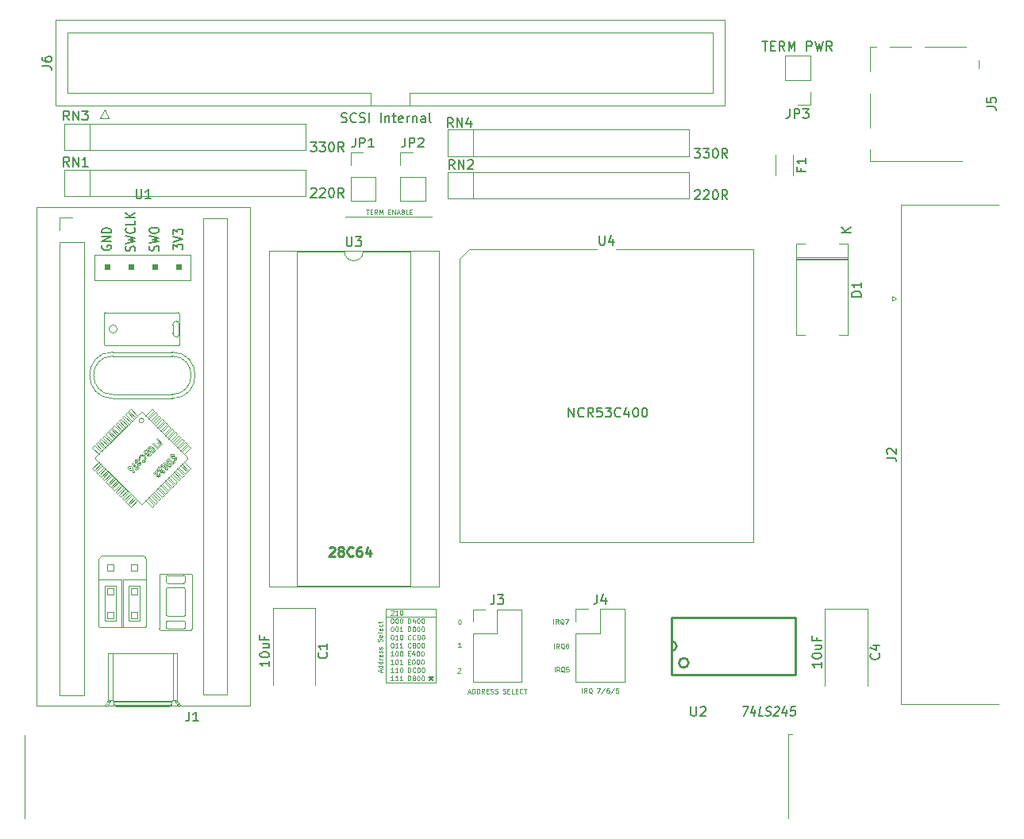
<source format=gbr>
%TF.GenerationSoftware,KiCad,Pcbnew,(5.1.10)-1*%
%TF.CreationDate,2021-12-13T18:42:30+00:00*%
%TF.ProjectId,isascsi,69736173-6373-4692-9e6b-696361645f70,rev?*%
%TF.SameCoordinates,Original*%
%TF.FileFunction,Legend,Top*%
%TF.FilePolarity,Positive*%
%FSLAX46Y46*%
G04 Gerber Fmt 4.6, Leading zero omitted, Abs format (unit mm)*
G04 Created by KiCad (PCBNEW (5.1.10)-1) date 2021-12-13 18:42:30*
%MOMM*%
%LPD*%
G01*
G04 APERTURE LIST*
%ADD10C,0.125000*%
%ADD11C,0.120000*%
%ADD12C,0.150000*%
%ADD13C,0.100000*%
%ADD14C,0.254000*%
%ADD15C,0.250000*%
%ADD16C,0.203200*%
G04 APERTURE END LIST*
D10*
X148967760Y-108232070D02*
X148967760Y-107732070D01*
X149491569Y-108232070D02*
X149324902Y-107993975D01*
X149205855Y-108232070D02*
X149205855Y-107732070D01*
X149396331Y-107732070D01*
X149443950Y-107755880D01*
X149467760Y-107779689D01*
X149491569Y-107827308D01*
X149491569Y-107898737D01*
X149467760Y-107946356D01*
X149443950Y-107970165D01*
X149396331Y-107993975D01*
X149205855Y-107993975D01*
X150039188Y-108279689D02*
X149991569Y-108255880D01*
X149943950Y-108208260D01*
X149872521Y-108136832D01*
X149824902Y-108113022D01*
X149777283Y-108113022D01*
X149801093Y-108232070D02*
X149753474Y-108208260D01*
X149705855Y-108160641D01*
X149682045Y-108065403D01*
X149682045Y-107898737D01*
X149705855Y-107803499D01*
X149753474Y-107755880D01*
X149801093Y-107732070D01*
X149896331Y-107732070D01*
X149943950Y-107755880D01*
X149991569Y-107803499D01*
X150015379Y-107898737D01*
X150015379Y-108065403D01*
X149991569Y-108160641D01*
X149943950Y-108208260D01*
X149896331Y-108232070D01*
X149801093Y-108232070D01*
X150467760Y-107732070D02*
X150229664Y-107732070D01*
X150205855Y-107970165D01*
X150229664Y-107946356D01*
X150277283Y-107922546D01*
X150396331Y-107922546D01*
X150443950Y-107946356D01*
X150467760Y-107970165D01*
X150491569Y-108017784D01*
X150491569Y-108136832D01*
X150467760Y-108184451D01*
X150443950Y-108208260D01*
X150396331Y-108232070D01*
X150277283Y-108232070D01*
X150229664Y-108208260D01*
X150205855Y-108184451D01*
X148932200Y-105717470D02*
X148932200Y-105217470D01*
X149456009Y-105717470D02*
X149289342Y-105479375D01*
X149170295Y-105717470D02*
X149170295Y-105217470D01*
X149360771Y-105217470D01*
X149408390Y-105241280D01*
X149432200Y-105265089D01*
X149456009Y-105312708D01*
X149456009Y-105384137D01*
X149432200Y-105431756D01*
X149408390Y-105455565D01*
X149360771Y-105479375D01*
X149170295Y-105479375D01*
X150003628Y-105765089D02*
X149956009Y-105741280D01*
X149908390Y-105693660D01*
X149836961Y-105622232D01*
X149789342Y-105598422D01*
X149741723Y-105598422D01*
X149765533Y-105717470D02*
X149717914Y-105693660D01*
X149670295Y-105646041D01*
X149646485Y-105550803D01*
X149646485Y-105384137D01*
X149670295Y-105288899D01*
X149717914Y-105241280D01*
X149765533Y-105217470D01*
X149860771Y-105217470D01*
X149908390Y-105241280D01*
X149956009Y-105288899D01*
X149979819Y-105384137D01*
X149979819Y-105550803D01*
X149956009Y-105646041D01*
X149908390Y-105693660D01*
X149860771Y-105717470D01*
X149765533Y-105717470D01*
X150408390Y-105217470D02*
X150313152Y-105217470D01*
X150265533Y-105241280D01*
X150241723Y-105265089D01*
X150194104Y-105336518D01*
X150170295Y-105431756D01*
X150170295Y-105622232D01*
X150194104Y-105669851D01*
X150217914Y-105693660D01*
X150265533Y-105717470D01*
X150360771Y-105717470D01*
X150408390Y-105693660D01*
X150432200Y-105669851D01*
X150456009Y-105622232D01*
X150456009Y-105503184D01*
X150432200Y-105455565D01*
X150408390Y-105431756D01*
X150360771Y-105407946D01*
X150265533Y-105407946D01*
X150217914Y-105431756D01*
X150194104Y-105455565D01*
X150170295Y-105503184D01*
X148866160Y-103106350D02*
X148866160Y-102606350D01*
X149389969Y-103106350D02*
X149223302Y-102868255D01*
X149104255Y-103106350D02*
X149104255Y-102606350D01*
X149294731Y-102606350D01*
X149342350Y-102630160D01*
X149366160Y-102653969D01*
X149389969Y-102701588D01*
X149389969Y-102773017D01*
X149366160Y-102820636D01*
X149342350Y-102844445D01*
X149294731Y-102868255D01*
X149104255Y-102868255D01*
X149937588Y-103153969D02*
X149889969Y-103130160D01*
X149842350Y-103082540D01*
X149770921Y-103011112D01*
X149723302Y-102987302D01*
X149675683Y-102987302D01*
X149699493Y-103106350D02*
X149651874Y-103082540D01*
X149604255Y-103034921D01*
X149580445Y-102939683D01*
X149580445Y-102773017D01*
X149604255Y-102677779D01*
X149651874Y-102630160D01*
X149699493Y-102606350D01*
X149794731Y-102606350D01*
X149842350Y-102630160D01*
X149889969Y-102677779D01*
X149913779Y-102773017D01*
X149913779Y-102939683D01*
X149889969Y-103034921D01*
X149842350Y-103082540D01*
X149794731Y-103106350D01*
X149699493Y-103106350D01*
X150080445Y-102606350D02*
X150413779Y-102606350D01*
X150199493Y-103106350D01*
D11*
X130982720Y-102356920D02*
X136265920Y-102356920D01*
X130967480Y-101483160D02*
X136286240Y-101483160D01*
X130967480Y-109357160D02*
X130967480Y-101483160D01*
X136286240Y-109357160D02*
X130967480Y-109357160D01*
X136286240Y-101483160D02*
X136286240Y-109357160D01*
D10*
X130446293Y-108263036D02*
X130446293Y-108024940D01*
X130589150Y-108310655D02*
X130089150Y-108143988D01*
X130589150Y-107977321D01*
X130589150Y-107596369D02*
X130089150Y-107596369D01*
X130565340Y-107596369D02*
X130589150Y-107643988D01*
X130589150Y-107739226D01*
X130565340Y-107786845D01*
X130541531Y-107810655D01*
X130493912Y-107834464D01*
X130351055Y-107834464D01*
X130303436Y-107810655D01*
X130279626Y-107786845D01*
X130255817Y-107739226D01*
X130255817Y-107643988D01*
X130279626Y-107596369D01*
X130589150Y-107143988D02*
X130089150Y-107143988D01*
X130565340Y-107143988D02*
X130589150Y-107191607D01*
X130589150Y-107286845D01*
X130565340Y-107334464D01*
X130541531Y-107358274D01*
X130493912Y-107382083D01*
X130351055Y-107382083D01*
X130303436Y-107358274D01*
X130279626Y-107334464D01*
X130255817Y-107286845D01*
X130255817Y-107191607D01*
X130279626Y-107143988D01*
X130589150Y-106905893D02*
X130255817Y-106905893D01*
X130351055Y-106905893D02*
X130303436Y-106882083D01*
X130279626Y-106858274D01*
X130255817Y-106810655D01*
X130255817Y-106763036D01*
X130565340Y-106405893D02*
X130589150Y-106453512D01*
X130589150Y-106548750D01*
X130565340Y-106596369D01*
X130517721Y-106620179D01*
X130327245Y-106620179D01*
X130279626Y-106596369D01*
X130255817Y-106548750D01*
X130255817Y-106453512D01*
X130279626Y-106405893D01*
X130327245Y-106382083D01*
X130374864Y-106382083D01*
X130422483Y-106620179D01*
X130565340Y-106191607D02*
X130589150Y-106143988D01*
X130589150Y-106048750D01*
X130565340Y-106001131D01*
X130517721Y-105977321D01*
X130493912Y-105977321D01*
X130446293Y-106001131D01*
X130422483Y-106048750D01*
X130422483Y-106120179D01*
X130398674Y-106167798D01*
X130351055Y-106191607D01*
X130327245Y-106191607D01*
X130279626Y-106167798D01*
X130255817Y-106120179D01*
X130255817Y-106048750D01*
X130279626Y-106001131D01*
X130565340Y-105786845D02*
X130589150Y-105739226D01*
X130589150Y-105643988D01*
X130565340Y-105596369D01*
X130517721Y-105572560D01*
X130493912Y-105572560D01*
X130446293Y-105596369D01*
X130422483Y-105643988D01*
X130422483Y-105715417D01*
X130398674Y-105763036D01*
X130351055Y-105786845D01*
X130327245Y-105786845D01*
X130279626Y-105763036D01*
X130255817Y-105715417D01*
X130255817Y-105643988D01*
X130279626Y-105596369D01*
X130565340Y-105001131D02*
X130589150Y-104929702D01*
X130589150Y-104810655D01*
X130565340Y-104763036D01*
X130541531Y-104739226D01*
X130493912Y-104715417D01*
X130446293Y-104715417D01*
X130398674Y-104739226D01*
X130374864Y-104763036D01*
X130351055Y-104810655D01*
X130327245Y-104905893D01*
X130303436Y-104953512D01*
X130279626Y-104977321D01*
X130232007Y-105001131D01*
X130184388Y-105001131D01*
X130136769Y-104977321D01*
X130112960Y-104953512D01*
X130089150Y-104905893D01*
X130089150Y-104786845D01*
X130112960Y-104715417D01*
X130565340Y-104310655D02*
X130589150Y-104358274D01*
X130589150Y-104453512D01*
X130565340Y-104501131D01*
X130517721Y-104524940D01*
X130327245Y-104524940D01*
X130279626Y-104501131D01*
X130255817Y-104453512D01*
X130255817Y-104358274D01*
X130279626Y-104310655D01*
X130327245Y-104286845D01*
X130374864Y-104286845D01*
X130422483Y-104524940D01*
X130589150Y-104001131D02*
X130565340Y-104048750D01*
X130517721Y-104072560D01*
X130089150Y-104072560D01*
X130565340Y-103620179D02*
X130589150Y-103667798D01*
X130589150Y-103763036D01*
X130565340Y-103810655D01*
X130517721Y-103834464D01*
X130327245Y-103834464D01*
X130279626Y-103810655D01*
X130255817Y-103763036D01*
X130255817Y-103667798D01*
X130279626Y-103620179D01*
X130327245Y-103596369D01*
X130374864Y-103596369D01*
X130422483Y-103834464D01*
X130565340Y-103167798D02*
X130589150Y-103215417D01*
X130589150Y-103310655D01*
X130565340Y-103358274D01*
X130541531Y-103382083D01*
X130493912Y-103405893D01*
X130351055Y-103405893D01*
X130303436Y-103382083D01*
X130279626Y-103358274D01*
X130255817Y-103310655D01*
X130255817Y-103215417D01*
X130279626Y-103167798D01*
X130255817Y-103024940D02*
X130255817Y-102834464D01*
X130089150Y-102953512D02*
X130517721Y-102953512D01*
X130565340Y-102929702D01*
X130589150Y-102882083D01*
X130589150Y-102834464D01*
D12*
X135798560Y-108667300D02*
X135798560Y-108905396D01*
X135560464Y-108810158D02*
X135798560Y-108905396D01*
X136036655Y-108810158D01*
X135655702Y-109095872D02*
X135798560Y-108905396D01*
X135941417Y-109095872D01*
D10*
X131514808Y-101704129D02*
X131538617Y-101680320D01*
X131586236Y-101656510D01*
X131705284Y-101656510D01*
X131752903Y-101680320D01*
X131776712Y-101704129D01*
X131800522Y-101751748D01*
X131800522Y-101799367D01*
X131776712Y-101870796D01*
X131490998Y-102156510D01*
X131800522Y-102156510D01*
X132276712Y-102156510D02*
X131990998Y-102156510D01*
X132133855Y-102156510D02*
X132133855Y-101656510D01*
X132086236Y-101727939D01*
X132038617Y-101775558D01*
X131990998Y-101799367D01*
X132586236Y-101656510D02*
X132633855Y-101656510D01*
X132681474Y-101680320D01*
X132705284Y-101704129D01*
X132729093Y-101751748D01*
X132752903Y-101846986D01*
X132752903Y-101966034D01*
X132729093Y-102061272D01*
X132705284Y-102108891D01*
X132681474Y-102132700D01*
X132633855Y-102156510D01*
X132586236Y-102156510D01*
X132538617Y-102132700D01*
X132514808Y-102108891D01*
X132490998Y-102061272D01*
X132467189Y-101966034D01*
X132467189Y-101846986D01*
X132490998Y-101751748D01*
X132514808Y-101704129D01*
X132538617Y-101680320D01*
X132586236Y-101656510D01*
X131633855Y-102531510D02*
X131681474Y-102531510D01*
X131729093Y-102555320D01*
X131752903Y-102579129D01*
X131776712Y-102626748D01*
X131800522Y-102721986D01*
X131800522Y-102841034D01*
X131776712Y-102936272D01*
X131752903Y-102983891D01*
X131729093Y-103007700D01*
X131681474Y-103031510D01*
X131633855Y-103031510D01*
X131586236Y-103007700D01*
X131562427Y-102983891D01*
X131538617Y-102936272D01*
X131514808Y-102841034D01*
X131514808Y-102721986D01*
X131538617Y-102626748D01*
X131562427Y-102579129D01*
X131586236Y-102555320D01*
X131633855Y-102531510D01*
X132110046Y-102531510D02*
X132157665Y-102531510D01*
X132205284Y-102555320D01*
X132229093Y-102579129D01*
X132252903Y-102626748D01*
X132276712Y-102721986D01*
X132276712Y-102841034D01*
X132252903Y-102936272D01*
X132229093Y-102983891D01*
X132205284Y-103007700D01*
X132157665Y-103031510D01*
X132110046Y-103031510D01*
X132062427Y-103007700D01*
X132038617Y-102983891D01*
X132014808Y-102936272D01*
X131990998Y-102841034D01*
X131990998Y-102721986D01*
X132014808Y-102626748D01*
X132038617Y-102579129D01*
X132062427Y-102555320D01*
X132110046Y-102531510D01*
X132586236Y-102531510D02*
X132633855Y-102531510D01*
X132681474Y-102555320D01*
X132705284Y-102579129D01*
X132729093Y-102626748D01*
X132752903Y-102721986D01*
X132752903Y-102841034D01*
X132729093Y-102936272D01*
X132705284Y-102983891D01*
X132681474Y-103007700D01*
X132633855Y-103031510D01*
X132586236Y-103031510D01*
X132538617Y-103007700D01*
X132514808Y-102983891D01*
X132490998Y-102936272D01*
X132467189Y-102841034D01*
X132467189Y-102721986D01*
X132490998Y-102626748D01*
X132514808Y-102579129D01*
X132538617Y-102555320D01*
X132586236Y-102531510D01*
X133348141Y-103031510D02*
X133348141Y-102531510D01*
X133467189Y-102531510D01*
X133538617Y-102555320D01*
X133586236Y-102602939D01*
X133610046Y-102650558D01*
X133633855Y-102745796D01*
X133633855Y-102817224D01*
X133610046Y-102912462D01*
X133586236Y-102960081D01*
X133538617Y-103007700D01*
X133467189Y-103031510D01*
X133348141Y-103031510D01*
X134062427Y-102698177D02*
X134062427Y-103031510D01*
X133943379Y-102507700D02*
X133824331Y-102864843D01*
X134133855Y-102864843D01*
X134419570Y-102531510D02*
X134467189Y-102531510D01*
X134514808Y-102555320D01*
X134538617Y-102579129D01*
X134562427Y-102626748D01*
X134586236Y-102721986D01*
X134586236Y-102841034D01*
X134562427Y-102936272D01*
X134538617Y-102983891D01*
X134514808Y-103007700D01*
X134467189Y-103031510D01*
X134419570Y-103031510D01*
X134371950Y-103007700D01*
X134348141Y-102983891D01*
X134324331Y-102936272D01*
X134300522Y-102841034D01*
X134300522Y-102721986D01*
X134324331Y-102626748D01*
X134348141Y-102579129D01*
X134371950Y-102555320D01*
X134419570Y-102531510D01*
X134895760Y-102531510D02*
X134943379Y-102531510D01*
X134990998Y-102555320D01*
X135014808Y-102579129D01*
X135038617Y-102626748D01*
X135062427Y-102721986D01*
X135062427Y-102841034D01*
X135038617Y-102936272D01*
X135014808Y-102983891D01*
X134990998Y-103007700D01*
X134943379Y-103031510D01*
X134895760Y-103031510D01*
X134848141Y-103007700D01*
X134824331Y-102983891D01*
X134800522Y-102936272D01*
X134776712Y-102841034D01*
X134776712Y-102721986D01*
X134800522Y-102626748D01*
X134824331Y-102579129D01*
X134848141Y-102555320D01*
X134895760Y-102531510D01*
X131633855Y-103406510D02*
X131681474Y-103406510D01*
X131729093Y-103430320D01*
X131752903Y-103454129D01*
X131776712Y-103501748D01*
X131800522Y-103596986D01*
X131800522Y-103716034D01*
X131776712Y-103811272D01*
X131752903Y-103858891D01*
X131729093Y-103882700D01*
X131681474Y-103906510D01*
X131633855Y-103906510D01*
X131586236Y-103882700D01*
X131562427Y-103858891D01*
X131538617Y-103811272D01*
X131514808Y-103716034D01*
X131514808Y-103596986D01*
X131538617Y-103501748D01*
X131562427Y-103454129D01*
X131586236Y-103430320D01*
X131633855Y-103406510D01*
X132110046Y-103406510D02*
X132157665Y-103406510D01*
X132205284Y-103430320D01*
X132229093Y-103454129D01*
X132252903Y-103501748D01*
X132276712Y-103596986D01*
X132276712Y-103716034D01*
X132252903Y-103811272D01*
X132229093Y-103858891D01*
X132205284Y-103882700D01*
X132157665Y-103906510D01*
X132110046Y-103906510D01*
X132062427Y-103882700D01*
X132038617Y-103858891D01*
X132014808Y-103811272D01*
X131990998Y-103716034D01*
X131990998Y-103596986D01*
X132014808Y-103501748D01*
X132038617Y-103454129D01*
X132062427Y-103430320D01*
X132110046Y-103406510D01*
X132752903Y-103906510D02*
X132467189Y-103906510D01*
X132610046Y-103906510D02*
X132610046Y-103406510D01*
X132562427Y-103477939D01*
X132514808Y-103525558D01*
X132467189Y-103549367D01*
X133348141Y-103906510D02*
X133348141Y-103406510D01*
X133467189Y-103406510D01*
X133538617Y-103430320D01*
X133586236Y-103477939D01*
X133610046Y-103525558D01*
X133633855Y-103620796D01*
X133633855Y-103692224D01*
X133610046Y-103787462D01*
X133586236Y-103835081D01*
X133538617Y-103882700D01*
X133467189Y-103906510D01*
X133348141Y-103906510D01*
X133943379Y-103406510D02*
X133990998Y-103406510D01*
X134038617Y-103430320D01*
X134062427Y-103454129D01*
X134086236Y-103501748D01*
X134110046Y-103596986D01*
X134110046Y-103716034D01*
X134086236Y-103811272D01*
X134062427Y-103858891D01*
X134038617Y-103882700D01*
X133990998Y-103906510D01*
X133943379Y-103906510D01*
X133895760Y-103882700D01*
X133871950Y-103858891D01*
X133848141Y-103811272D01*
X133824331Y-103716034D01*
X133824331Y-103596986D01*
X133848141Y-103501748D01*
X133871950Y-103454129D01*
X133895760Y-103430320D01*
X133943379Y-103406510D01*
X134419570Y-103406510D02*
X134467189Y-103406510D01*
X134514808Y-103430320D01*
X134538617Y-103454129D01*
X134562427Y-103501748D01*
X134586236Y-103596986D01*
X134586236Y-103716034D01*
X134562427Y-103811272D01*
X134538617Y-103858891D01*
X134514808Y-103882700D01*
X134467189Y-103906510D01*
X134419570Y-103906510D01*
X134371950Y-103882700D01*
X134348141Y-103858891D01*
X134324331Y-103811272D01*
X134300522Y-103716034D01*
X134300522Y-103596986D01*
X134324331Y-103501748D01*
X134348141Y-103454129D01*
X134371950Y-103430320D01*
X134419570Y-103406510D01*
X134895760Y-103406510D02*
X134943379Y-103406510D01*
X134990998Y-103430320D01*
X135014808Y-103454129D01*
X135038617Y-103501748D01*
X135062427Y-103596986D01*
X135062427Y-103716034D01*
X135038617Y-103811272D01*
X135014808Y-103858891D01*
X134990998Y-103882700D01*
X134943379Y-103906510D01*
X134895760Y-103906510D01*
X134848141Y-103882700D01*
X134824331Y-103858891D01*
X134800522Y-103811272D01*
X134776712Y-103716034D01*
X134776712Y-103596986D01*
X134800522Y-103501748D01*
X134824331Y-103454129D01*
X134848141Y-103430320D01*
X134895760Y-103406510D01*
X131633855Y-104281510D02*
X131681474Y-104281510D01*
X131729093Y-104305320D01*
X131752903Y-104329129D01*
X131776712Y-104376748D01*
X131800522Y-104471986D01*
X131800522Y-104591034D01*
X131776712Y-104686272D01*
X131752903Y-104733891D01*
X131729093Y-104757700D01*
X131681474Y-104781510D01*
X131633855Y-104781510D01*
X131586236Y-104757700D01*
X131562427Y-104733891D01*
X131538617Y-104686272D01*
X131514808Y-104591034D01*
X131514808Y-104471986D01*
X131538617Y-104376748D01*
X131562427Y-104329129D01*
X131586236Y-104305320D01*
X131633855Y-104281510D01*
X132276712Y-104781510D02*
X131990998Y-104781510D01*
X132133855Y-104781510D02*
X132133855Y-104281510D01*
X132086236Y-104352939D01*
X132038617Y-104400558D01*
X131990998Y-104424367D01*
X132586236Y-104281510D02*
X132633855Y-104281510D01*
X132681474Y-104305320D01*
X132705284Y-104329129D01*
X132729093Y-104376748D01*
X132752903Y-104471986D01*
X132752903Y-104591034D01*
X132729093Y-104686272D01*
X132705284Y-104733891D01*
X132681474Y-104757700D01*
X132633855Y-104781510D01*
X132586236Y-104781510D01*
X132538617Y-104757700D01*
X132514808Y-104733891D01*
X132490998Y-104686272D01*
X132467189Y-104591034D01*
X132467189Y-104471986D01*
X132490998Y-104376748D01*
X132514808Y-104329129D01*
X132538617Y-104305320D01*
X132586236Y-104281510D01*
X133633855Y-104733891D02*
X133610046Y-104757700D01*
X133538617Y-104781510D01*
X133490998Y-104781510D01*
X133419570Y-104757700D01*
X133371950Y-104710081D01*
X133348141Y-104662462D01*
X133324331Y-104567224D01*
X133324331Y-104495796D01*
X133348141Y-104400558D01*
X133371950Y-104352939D01*
X133419570Y-104305320D01*
X133490998Y-104281510D01*
X133538617Y-104281510D01*
X133610046Y-104305320D01*
X133633855Y-104329129D01*
X134133855Y-104733891D02*
X134110046Y-104757700D01*
X134038617Y-104781510D01*
X133990998Y-104781510D01*
X133919570Y-104757700D01*
X133871950Y-104710081D01*
X133848141Y-104662462D01*
X133824331Y-104567224D01*
X133824331Y-104495796D01*
X133848141Y-104400558D01*
X133871950Y-104352939D01*
X133919570Y-104305320D01*
X133990998Y-104281510D01*
X134038617Y-104281510D01*
X134110046Y-104305320D01*
X134133855Y-104329129D01*
X134443379Y-104281510D02*
X134490998Y-104281510D01*
X134538617Y-104305320D01*
X134562427Y-104329129D01*
X134586236Y-104376748D01*
X134610046Y-104471986D01*
X134610046Y-104591034D01*
X134586236Y-104686272D01*
X134562427Y-104733891D01*
X134538617Y-104757700D01*
X134490998Y-104781510D01*
X134443379Y-104781510D01*
X134395760Y-104757700D01*
X134371950Y-104733891D01*
X134348141Y-104686272D01*
X134324331Y-104591034D01*
X134324331Y-104471986D01*
X134348141Y-104376748D01*
X134371950Y-104329129D01*
X134395760Y-104305320D01*
X134443379Y-104281510D01*
X134919570Y-104281510D02*
X134967189Y-104281510D01*
X135014808Y-104305320D01*
X135038617Y-104329129D01*
X135062427Y-104376748D01*
X135086236Y-104471986D01*
X135086236Y-104591034D01*
X135062427Y-104686272D01*
X135038617Y-104733891D01*
X135014808Y-104757700D01*
X134967189Y-104781510D01*
X134919570Y-104781510D01*
X134871950Y-104757700D01*
X134848141Y-104733891D01*
X134824331Y-104686272D01*
X134800522Y-104591034D01*
X134800522Y-104471986D01*
X134824331Y-104376748D01*
X134848141Y-104329129D01*
X134871950Y-104305320D01*
X134919570Y-104281510D01*
X131633855Y-105156510D02*
X131681474Y-105156510D01*
X131729093Y-105180320D01*
X131752903Y-105204129D01*
X131776712Y-105251748D01*
X131800522Y-105346986D01*
X131800522Y-105466034D01*
X131776712Y-105561272D01*
X131752903Y-105608891D01*
X131729093Y-105632700D01*
X131681474Y-105656510D01*
X131633855Y-105656510D01*
X131586236Y-105632700D01*
X131562427Y-105608891D01*
X131538617Y-105561272D01*
X131514808Y-105466034D01*
X131514808Y-105346986D01*
X131538617Y-105251748D01*
X131562427Y-105204129D01*
X131586236Y-105180320D01*
X131633855Y-105156510D01*
X132276712Y-105656510D02*
X131990998Y-105656510D01*
X132133855Y-105656510D02*
X132133855Y-105156510D01*
X132086236Y-105227939D01*
X132038617Y-105275558D01*
X131990998Y-105299367D01*
X132752903Y-105656510D02*
X132467189Y-105656510D01*
X132610046Y-105656510D02*
X132610046Y-105156510D01*
X132562427Y-105227939D01*
X132514808Y-105275558D01*
X132467189Y-105299367D01*
X133633855Y-105608891D02*
X133610046Y-105632700D01*
X133538617Y-105656510D01*
X133490998Y-105656510D01*
X133419570Y-105632700D01*
X133371950Y-105585081D01*
X133348141Y-105537462D01*
X133324331Y-105442224D01*
X133324331Y-105370796D01*
X133348141Y-105275558D01*
X133371950Y-105227939D01*
X133419570Y-105180320D01*
X133490998Y-105156510D01*
X133538617Y-105156510D01*
X133610046Y-105180320D01*
X133633855Y-105204129D01*
X133919570Y-105370796D02*
X133871950Y-105346986D01*
X133848141Y-105323177D01*
X133824331Y-105275558D01*
X133824331Y-105251748D01*
X133848141Y-105204129D01*
X133871950Y-105180320D01*
X133919570Y-105156510D01*
X134014808Y-105156510D01*
X134062427Y-105180320D01*
X134086236Y-105204129D01*
X134110046Y-105251748D01*
X134110046Y-105275558D01*
X134086236Y-105323177D01*
X134062427Y-105346986D01*
X134014808Y-105370796D01*
X133919570Y-105370796D01*
X133871950Y-105394605D01*
X133848141Y-105418415D01*
X133824331Y-105466034D01*
X133824331Y-105561272D01*
X133848141Y-105608891D01*
X133871950Y-105632700D01*
X133919570Y-105656510D01*
X134014808Y-105656510D01*
X134062427Y-105632700D01*
X134086236Y-105608891D01*
X134110046Y-105561272D01*
X134110046Y-105466034D01*
X134086236Y-105418415D01*
X134062427Y-105394605D01*
X134014808Y-105370796D01*
X134419570Y-105156510D02*
X134467189Y-105156510D01*
X134514808Y-105180320D01*
X134538617Y-105204129D01*
X134562427Y-105251748D01*
X134586236Y-105346986D01*
X134586236Y-105466034D01*
X134562427Y-105561272D01*
X134538617Y-105608891D01*
X134514808Y-105632700D01*
X134467189Y-105656510D01*
X134419570Y-105656510D01*
X134371950Y-105632700D01*
X134348141Y-105608891D01*
X134324331Y-105561272D01*
X134300522Y-105466034D01*
X134300522Y-105346986D01*
X134324331Y-105251748D01*
X134348141Y-105204129D01*
X134371950Y-105180320D01*
X134419570Y-105156510D01*
X134895760Y-105156510D02*
X134943379Y-105156510D01*
X134990998Y-105180320D01*
X135014808Y-105204129D01*
X135038617Y-105251748D01*
X135062427Y-105346986D01*
X135062427Y-105466034D01*
X135038617Y-105561272D01*
X135014808Y-105608891D01*
X134990998Y-105632700D01*
X134943379Y-105656510D01*
X134895760Y-105656510D01*
X134848141Y-105632700D01*
X134824331Y-105608891D01*
X134800522Y-105561272D01*
X134776712Y-105466034D01*
X134776712Y-105346986D01*
X134800522Y-105251748D01*
X134824331Y-105204129D01*
X134848141Y-105180320D01*
X134895760Y-105156510D01*
X131800522Y-106531510D02*
X131514808Y-106531510D01*
X131657665Y-106531510D02*
X131657665Y-106031510D01*
X131610046Y-106102939D01*
X131562427Y-106150558D01*
X131514808Y-106174367D01*
X132110046Y-106031510D02*
X132157665Y-106031510D01*
X132205284Y-106055320D01*
X132229093Y-106079129D01*
X132252903Y-106126748D01*
X132276712Y-106221986D01*
X132276712Y-106341034D01*
X132252903Y-106436272D01*
X132229093Y-106483891D01*
X132205284Y-106507700D01*
X132157665Y-106531510D01*
X132110046Y-106531510D01*
X132062427Y-106507700D01*
X132038617Y-106483891D01*
X132014808Y-106436272D01*
X131990998Y-106341034D01*
X131990998Y-106221986D01*
X132014808Y-106126748D01*
X132038617Y-106079129D01*
X132062427Y-106055320D01*
X132110046Y-106031510D01*
X132586236Y-106031510D02*
X132633855Y-106031510D01*
X132681474Y-106055320D01*
X132705284Y-106079129D01*
X132729093Y-106126748D01*
X132752903Y-106221986D01*
X132752903Y-106341034D01*
X132729093Y-106436272D01*
X132705284Y-106483891D01*
X132681474Y-106507700D01*
X132633855Y-106531510D01*
X132586236Y-106531510D01*
X132538617Y-106507700D01*
X132514808Y-106483891D01*
X132490998Y-106436272D01*
X132467189Y-106341034D01*
X132467189Y-106221986D01*
X132490998Y-106126748D01*
X132514808Y-106079129D01*
X132538617Y-106055320D01*
X132586236Y-106031510D01*
X133348141Y-106269605D02*
X133514808Y-106269605D01*
X133586236Y-106531510D02*
X133348141Y-106531510D01*
X133348141Y-106031510D01*
X133586236Y-106031510D01*
X134014808Y-106198177D02*
X134014808Y-106531510D01*
X133895760Y-106007700D02*
X133776712Y-106364843D01*
X134086236Y-106364843D01*
X134371950Y-106031510D02*
X134419570Y-106031510D01*
X134467189Y-106055320D01*
X134490998Y-106079129D01*
X134514808Y-106126748D01*
X134538617Y-106221986D01*
X134538617Y-106341034D01*
X134514808Y-106436272D01*
X134490998Y-106483891D01*
X134467189Y-106507700D01*
X134419570Y-106531510D01*
X134371950Y-106531510D01*
X134324331Y-106507700D01*
X134300522Y-106483891D01*
X134276712Y-106436272D01*
X134252903Y-106341034D01*
X134252903Y-106221986D01*
X134276712Y-106126748D01*
X134300522Y-106079129D01*
X134324331Y-106055320D01*
X134371950Y-106031510D01*
X134848141Y-106031510D02*
X134895760Y-106031510D01*
X134943379Y-106055320D01*
X134967189Y-106079129D01*
X134990998Y-106126748D01*
X135014808Y-106221986D01*
X135014808Y-106341034D01*
X134990998Y-106436272D01*
X134967189Y-106483891D01*
X134943379Y-106507700D01*
X134895760Y-106531510D01*
X134848141Y-106531510D01*
X134800522Y-106507700D01*
X134776712Y-106483891D01*
X134752903Y-106436272D01*
X134729093Y-106341034D01*
X134729093Y-106221986D01*
X134752903Y-106126748D01*
X134776712Y-106079129D01*
X134800522Y-106055320D01*
X134848141Y-106031510D01*
X131800522Y-107406510D02*
X131514808Y-107406510D01*
X131657665Y-107406510D02*
X131657665Y-106906510D01*
X131610046Y-106977939D01*
X131562427Y-107025558D01*
X131514808Y-107049367D01*
X132110046Y-106906510D02*
X132157665Y-106906510D01*
X132205284Y-106930320D01*
X132229093Y-106954129D01*
X132252903Y-107001748D01*
X132276712Y-107096986D01*
X132276712Y-107216034D01*
X132252903Y-107311272D01*
X132229093Y-107358891D01*
X132205284Y-107382700D01*
X132157665Y-107406510D01*
X132110046Y-107406510D01*
X132062427Y-107382700D01*
X132038617Y-107358891D01*
X132014808Y-107311272D01*
X131990998Y-107216034D01*
X131990998Y-107096986D01*
X132014808Y-107001748D01*
X132038617Y-106954129D01*
X132062427Y-106930320D01*
X132110046Y-106906510D01*
X132752903Y-107406510D02*
X132467189Y-107406510D01*
X132610046Y-107406510D02*
X132610046Y-106906510D01*
X132562427Y-106977939D01*
X132514808Y-107025558D01*
X132467189Y-107049367D01*
X133348141Y-107144605D02*
X133514808Y-107144605D01*
X133586236Y-107406510D02*
X133348141Y-107406510D01*
X133348141Y-106906510D01*
X133586236Y-106906510D01*
X133895760Y-106906510D02*
X133943379Y-106906510D01*
X133990998Y-106930320D01*
X134014808Y-106954129D01*
X134038617Y-107001748D01*
X134062427Y-107096986D01*
X134062427Y-107216034D01*
X134038617Y-107311272D01*
X134014808Y-107358891D01*
X133990998Y-107382700D01*
X133943379Y-107406510D01*
X133895760Y-107406510D01*
X133848141Y-107382700D01*
X133824331Y-107358891D01*
X133800522Y-107311272D01*
X133776712Y-107216034D01*
X133776712Y-107096986D01*
X133800522Y-107001748D01*
X133824331Y-106954129D01*
X133848141Y-106930320D01*
X133895760Y-106906510D01*
X134371950Y-106906510D02*
X134419570Y-106906510D01*
X134467189Y-106930320D01*
X134490998Y-106954129D01*
X134514808Y-107001748D01*
X134538617Y-107096986D01*
X134538617Y-107216034D01*
X134514808Y-107311272D01*
X134490998Y-107358891D01*
X134467189Y-107382700D01*
X134419570Y-107406510D01*
X134371950Y-107406510D01*
X134324331Y-107382700D01*
X134300522Y-107358891D01*
X134276712Y-107311272D01*
X134252903Y-107216034D01*
X134252903Y-107096986D01*
X134276712Y-107001748D01*
X134300522Y-106954129D01*
X134324331Y-106930320D01*
X134371950Y-106906510D01*
X134848141Y-106906510D02*
X134895760Y-106906510D01*
X134943379Y-106930320D01*
X134967189Y-106954129D01*
X134990998Y-107001748D01*
X135014808Y-107096986D01*
X135014808Y-107216034D01*
X134990998Y-107311272D01*
X134967189Y-107358891D01*
X134943379Y-107382700D01*
X134895760Y-107406510D01*
X134848141Y-107406510D01*
X134800522Y-107382700D01*
X134776712Y-107358891D01*
X134752903Y-107311272D01*
X134729093Y-107216034D01*
X134729093Y-107096986D01*
X134752903Y-107001748D01*
X134776712Y-106954129D01*
X134800522Y-106930320D01*
X134848141Y-106906510D01*
X131800522Y-108281510D02*
X131514808Y-108281510D01*
X131657665Y-108281510D02*
X131657665Y-107781510D01*
X131610046Y-107852939D01*
X131562427Y-107900558D01*
X131514808Y-107924367D01*
X132276712Y-108281510D02*
X131990998Y-108281510D01*
X132133855Y-108281510D02*
X132133855Y-107781510D01*
X132086236Y-107852939D01*
X132038617Y-107900558D01*
X131990998Y-107924367D01*
X132586236Y-107781510D02*
X132633855Y-107781510D01*
X132681474Y-107805320D01*
X132705284Y-107829129D01*
X132729093Y-107876748D01*
X132752903Y-107971986D01*
X132752903Y-108091034D01*
X132729093Y-108186272D01*
X132705284Y-108233891D01*
X132681474Y-108257700D01*
X132633855Y-108281510D01*
X132586236Y-108281510D01*
X132538617Y-108257700D01*
X132514808Y-108233891D01*
X132490998Y-108186272D01*
X132467189Y-108091034D01*
X132467189Y-107971986D01*
X132490998Y-107876748D01*
X132514808Y-107829129D01*
X132538617Y-107805320D01*
X132586236Y-107781510D01*
X133348141Y-108281510D02*
X133348141Y-107781510D01*
X133467189Y-107781510D01*
X133538617Y-107805320D01*
X133586236Y-107852939D01*
X133610046Y-107900558D01*
X133633855Y-107995796D01*
X133633855Y-108067224D01*
X133610046Y-108162462D01*
X133586236Y-108210081D01*
X133538617Y-108257700D01*
X133467189Y-108281510D01*
X133348141Y-108281510D01*
X134133855Y-108233891D02*
X134110046Y-108257700D01*
X134038617Y-108281510D01*
X133990998Y-108281510D01*
X133919570Y-108257700D01*
X133871950Y-108210081D01*
X133848141Y-108162462D01*
X133824331Y-108067224D01*
X133824331Y-107995796D01*
X133848141Y-107900558D01*
X133871950Y-107852939D01*
X133919570Y-107805320D01*
X133990998Y-107781510D01*
X134038617Y-107781510D01*
X134110046Y-107805320D01*
X134133855Y-107829129D01*
X134443379Y-107781510D02*
X134490998Y-107781510D01*
X134538617Y-107805320D01*
X134562427Y-107829129D01*
X134586236Y-107876748D01*
X134610046Y-107971986D01*
X134610046Y-108091034D01*
X134586236Y-108186272D01*
X134562427Y-108233891D01*
X134538617Y-108257700D01*
X134490998Y-108281510D01*
X134443379Y-108281510D01*
X134395760Y-108257700D01*
X134371950Y-108233891D01*
X134348141Y-108186272D01*
X134324331Y-108091034D01*
X134324331Y-107971986D01*
X134348141Y-107876748D01*
X134371950Y-107829129D01*
X134395760Y-107805320D01*
X134443379Y-107781510D01*
X134919570Y-107781510D02*
X134967189Y-107781510D01*
X135014808Y-107805320D01*
X135038617Y-107829129D01*
X135062427Y-107876748D01*
X135086236Y-107971986D01*
X135086236Y-108091034D01*
X135062427Y-108186272D01*
X135038617Y-108233891D01*
X135014808Y-108257700D01*
X134967189Y-108281510D01*
X134919570Y-108281510D01*
X134871950Y-108257700D01*
X134848141Y-108233891D01*
X134824331Y-108186272D01*
X134800522Y-108091034D01*
X134800522Y-107971986D01*
X134824331Y-107876748D01*
X134848141Y-107829129D01*
X134871950Y-107805320D01*
X134919570Y-107781510D01*
X131800522Y-109156510D02*
X131514808Y-109156510D01*
X131657665Y-109156510D02*
X131657665Y-108656510D01*
X131610046Y-108727939D01*
X131562427Y-108775558D01*
X131514808Y-108799367D01*
X132276712Y-109156510D02*
X131990998Y-109156510D01*
X132133855Y-109156510D02*
X132133855Y-108656510D01*
X132086236Y-108727939D01*
X132038617Y-108775558D01*
X131990998Y-108799367D01*
X132752903Y-109156510D02*
X132467189Y-109156510D01*
X132610046Y-109156510D02*
X132610046Y-108656510D01*
X132562427Y-108727939D01*
X132514808Y-108775558D01*
X132467189Y-108799367D01*
X133348141Y-109156510D02*
X133348141Y-108656510D01*
X133467189Y-108656510D01*
X133538617Y-108680320D01*
X133586236Y-108727939D01*
X133610046Y-108775558D01*
X133633855Y-108870796D01*
X133633855Y-108942224D01*
X133610046Y-109037462D01*
X133586236Y-109085081D01*
X133538617Y-109132700D01*
X133467189Y-109156510D01*
X133348141Y-109156510D01*
X133919570Y-108870796D02*
X133871950Y-108846986D01*
X133848141Y-108823177D01*
X133824331Y-108775558D01*
X133824331Y-108751748D01*
X133848141Y-108704129D01*
X133871950Y-108680320D01*
X133919570Y-108656510D01*
X134014808Y-108656510D01*
X134062427Y-108680320D01*
X134086236Y-108704129D01*
X134110046Y-108751748D01*
X134110046Y-108775558D01*
X134086236Y-108823177D01*
X134062427Y-108846986D01*
X134014808Y-108870796D01*
X133919570Y-108870796D01*
X133871950Y-108894605D01*
X133848141Y-108918415D01*
X133824331Y-108966034D01*
X133824331Y-109061272D01*
X133848141Y-109108891D01*
X133871950Y-109132700D01*
X133919570Y-109156510D01*
X134014808Y-109156510D01*
X134062427Y-109132700D01*
X134086236Y-109108891D01*
X134110046Y-109061272D01*
X134110046Y-108966034D01*
X134086236Y-108918415D01*
X134062427Y-108894605D01*
X134014808Y-108870796D01*
X134419570Y-108656510D02*
X134467189Y-108656510D01*
X134514808Y-108680320D01*
X134538617Y-108704129D01*
X134562427Y-108751748D01*
X134586236Y-108846986D01*
X134586236Y-108966034D01*
X134562427Y-109061272D01*
X134538617Y-109108891D01*
X134514808Y-109132700D01*
X134467189Y-109156510D01*
X134419570Y-109156510D01*
X134371950Y-109132700D01*
X134348141Y-109108891D01*
X134324331Y-109061272D01*
X134300522Y-108966034D01*
X134300522Y-108846986D01*
X134324331Y-108751748D01*
X134348141Y-108704129D01*
X134371950Y-108680320D01*
X134419570Y-108656510D01*
X134895760Y-108656510D02*
X134943379Y-108656510D01*
X134990998Y-108680320D01*
X135014808Y-108704129D01*
X135038617Y-108751748D01*
X135062427Y-108846986D01*
X135062427Y-108966034D01*
X135038617Y-109061272D01*
X135014808Y-109108891D01*
X134990998Y-109132700D01*
X134943379Y-109156510D01*
X134895760Y-109156510D01*
X134848141Y-109132700D01*
X134824331Y-109108891D01*
X134800522Y-109061272D01*
X134776712Y-108966034D01*
X134776712Y-108846986D01*
X134800522Y-108751748D01*
X134824331Y-108704129D01*
X134848141Y-108680320D01*
X134895760Y-108656510D01*
X138652902Y-107896529D02*
X138676712Y-107872720D01*
X138724331Y-107848910D01*
X138843379Y-107848910D01*
X138890998Y-107872720D01*
X138914807Y-107896529D01*
X138938617Y-107944148D01*
X138938617Y-107991767D01*
X138914807Y-108063196D01*
X138629093Y-108348910D01*
X138938617Y-108348910D01*
X138984337Y-105610790D02*
X138698622Y-105610790D01*
X138841480Y-105610790D02*
X138841480Y-105110790D01*
X138793860Y-105182219D01*
X138746241Y-105229838D01*
X138698622Y-105253647D01*
X138817670Y-102646990D02*
X138865289Y-102646990D01*
X138912908Y-102670800D01*
X138936718Y-102694609D01*
X138960527Y-102742228D01*
X138984337Y-102837466D01*
X138984337Y-102956514D01*
X138960527Y-103051752D01*
X138936718Y-103099371D01*
X138912908Y-103123180D01*
X138865289Y-103146990D01*
X138817670Y-103146990D01*
X138770051Y-103123180D01*
X138746241Y-103099371D01*
X138722432Y-103051752D01*
X138698622Y-102956514D01*
X138698622Y-102837466D01*
X138722432Y-102742228D01*
X138746241Y-102694609D01*
X138770051Y-102670800D01*
X138817670Y-102646990D01*
D11*
X126685040Y-59684920D02*
X135864600Y-59684920D01*
%TO.C,U1*%
X107554167Y-102865723D02*
X107654167Y-102765723D01*
X103973251Y-86518860D02*
X104103284Y-86918308D01*
X103976332Y-86959846D02*
X103887093Y-86685757D01*
X104103284Y-86918308D02*
X103976332Y-86959846D01*
X105732944Y-85003085D02*
X105828131Y-84907898D01*
X105617359Y-84642733D02*
X105522172Y-84737920D01*
X105562966Y-84860304D02*
X105651355Y-84948692D01*
X104597493Y-86396901D02*
X104311931Y-86682464D01*
X104311931Y-86682464D02*
X104216744Y-86587276D01*
X104216744Y-86587276D02*
X104311931Y-86492089D01*
X104311931Y-86492089D02*
X103876788Y-86056946D01*
X103876788Y-86056946D02*
X103971976Y-85961759D01*
X103971976Y-85961759D02*
X104407119Y-86396901D01*
X104407119Y-86396901D02*
X104502306Y-86301714D01*
X104502306Y-86301714D02*
X104597493Y-86396901D01*
X106038573Y-80186834D02*
X106250705Y-80398966D01*
X109574107Y-87116480D02*
X109786239Y-86904348D01*
X103210146Y-80752519D02*
X103422278Y-80540387D01*
X107806340Y-88884247D02*
X108018472Y-88672115D01*
X106038573Y-90652014D02*
X106250705Y-90439882D01*
X108159894Y-82308154D02*
X108372026Y-82520286D01*
X100028166Y-83934500D02*
X100240298Y-83722368D01*
X109220554Y-83368814D02*
X109432686Y-83580946D01*
X103210146Y-90086329D02*
X103422278Y-90298461D01*
X106392127Y-80540387D02*
X106604259Y-80752519D01*
X101442379Y-82520286D02*
X101654511Y-82308154D01*
X106745680Y-89944907D02*
X106957812Y-89732775D01*
X103563700Y-80398966D02*
X103775832Y-80186834D01*
X108867000Y-83015261D02*
X109079132Y-83227393D01*
X101795933Y-88672115D02*
X102008065Y-88884247D01*
X103563700Y-90439882D02*
X103775832Y-90652014D01*
X101795933Y-82166733D02*
X102008065Y-81954601D01*
X109220554Y-87470033D02*
X109432686Y-87257901D01*
X99674612Y-86550795D02*
X99886744Y-86762927D01*
X108867000Y-87823587D02*
X109079132Y-87611455D01*
X108159894Y-88530694D02*
X108372026Y-88318562D01*
X101442379Y-88318562D02*
X101654511Y-88530694D01*
X101088826Y-82873839D02*
X101300958Y-82661707D01*
X100735272Y-87611455D02*
X100947404Y-87823587D01*
X107099233Y-81247494D02*
X107311366Y-81459626D01*
X106392127Y-90298461D02*
X106604259Y-90086329D01*
X100381719Y-87257901D02*
X100593851Y-87470033D01*
X102149486Y-89025668D02*
X102361618Y-89237800D01*
X102856593Y-89732775D02*
X103068725Y-89944907D01*
X101088826Y-87965008D02*
X101300958Y-88177140D01*
X108513447Y-82661707D02*
X108725579Y-82873839D01*
X102856593Y-81106072D02*
X103068725Y-80893940D01*
X108513447Y-88177140D02*
X108725579Y-87965008D01*
X109927661Y-84075921D02*
X110139793Y-84288053D01*
X99674612Y-84288053D02*
X99886744Y-84075921D01*
X107099233Y-89591354D02*
X107311366Y-89379222D01*
X109927661Y-86762927D02*
X110139793Y-86550795D01*
X106745680Y-80893940D02*
X106957812Y-81106072D01*
X100381719Y-83580946D02*
X100593851Y-83368814D01*
X107806340Y-81954601D02*
X108018472Y-82166733D01*
X100735272Y-83227393D02*
X100947404Y-83015261D01*
X102503039Y-81459626D02*
X102715171Y-81247494D01*
X100028166Y-86904348D02*
X100240298Y-87116480D01*
X107452787Y-89237800D02*
X107664919Y-89025668D01*
X102503039Y-89379222D02*
X102715171Y-89591354D01*
X107452787Y-81601047D02*
X107664919Y-81813179D01*
X109574107Y-83722368D02*
X109786239Y-83934500D01*
X102149486Y-81813179D02*
X102361618Y-81601047D01*
X110139793Y-86550795D02*
X109432686Y-85843688D01*
X100028166Y-83934500D02*
X100735272Y-84641606D01*
X101654511Y-88530694D02*
X102361618Y-87823587D01*
X107452787Y-81601047D02*
X106745680Y-82308154D01*
X103422278Y-90298461D02*
X104129385Y-89591354D01*
X101795933Y-82166733D02*
X102503039Y-82873839D01*
X109220554Y-83368814D02*
X108513447Y-84075921D01*
X100593851Y-87470033D02*
X101300958Y-86762927D01*
X108159894Y-82308154D02*
X107452787Y-83015261D01*
X109432686Y-87257901D02*
X108725579Y-86550795D01*
X103563700Y-90439882D02*
X104270806Y-89732775D01*
X106604259Y-90086329D02*
X105897152Y-89379222D01*
X100381719Y-83580946D02*
X101088826Y-84288053D01*
X103563700Y-80398966D02*
X104270806Y-81106072D01*
X109079132Y-87611455D02*
X108372026Y-86904348D01*
X102149486Y-81813179D02*
X102856593Y-82520286D01*
X100240298Y-83722368D02*
X100947404Y-84429474D01*
X109574107Y-87116480D02*
X108867000Y-86409373D01*
X106038573Y-90652014D02*
X105331467Y-89944907D01*
X102856593Y-81106072D02*
X103563700Y-81813179D01*
X101442379Y-82520286D02*
X102149486Y-83227393D01*
X106957812Y-81106072D02*
X106250705Y-81813179D01*
X107664919Y-81813179D02*
X106957812Y-82520286D01*
X108372026Y-88318562D02*
X107664919Y-87611455D01*
X102361618Y-89237800D02*
X103068725Y-88530694D01*
X107099233Y-81247494D02*
X106392127Y-81954601D01*
X102856593Y-89732775D02*
X103563700Y-89025668D01*
X108513447Y-82661707D02*
X107806340Y-83368814D01*
X109220554Y-87470033D02*
X108513447Y-86762927D01*
X100593851Y-83368814D02*
X101300958Y-84075921D01*
X109574107Y-83722368D02*
X108867000Y-84429474D01*
X109432686Y-83580946D02*
X108725579Y-84288053D01*
X106250705Y-90439882D02*
X105543599Y-89732775D01*
X109927661Y-86762927D02*
X109220554Y-86055820D01*
X100381719Y-87257901D02*
X101088826Y-86550795D01*
X108159894Y-88530694D02*
X107452787Y-87823587D01*
X108867000Y-83015261D02*
X108159894Y-83722368D01*
X102149486Y-89025668D02*
X102856593Y-88318562D01*
X106745680Y-89944907D02*
X106038573Y-89237800D01*
X107311366Y-81459626D02*
X106604259Y-82166733D01*
X109786239Y-83934500D02*
X109079132Y-84641606D01*
X101088826Y-87965008D02*
X101795933Y-87257901D01*
X101300958Y-88177140D02*
X102008065Y-87470033D01*
X101442379Y-88318562D02*
X102149486Y-87611455D01*
X107806340Y-81954601D02*
X107099233Y-82661707D01*
X107664919Y-89025668D02*
X106957812Y-88318562D01*
X101088826Y-82873839D02*
X101795933Y-83580946D01*
X106957812Y-89732775D02*
X106250705Y-89025668D01*
X101654511Y-82308154D02*
X102361618Y-83015261D01*
X109786239Y-86904348D02*
X109079132Y-86197241D01*
X108372026Y-82520286D02*
X107664919Y-83227393D01*
X103210146Y-80752519D02*
X103917253Y-81459626D01*
X101795933Y-88672115D02*
X102503039Y-87965008D01*
X102008065Y-88884247D02*
X102715171Y-88177140D01*
X108018472Y-82166733D02*
X107311366Y-82873839D01*
X103068725Y-89944907D02*
X103775832Y-89237800D01*
X106745680Y-80893940D02*
X106038573Y-81601047D01*
X100735272Y-83227393D02*
X101442379Y-83934500D01*
X100240298Y-87116480D02*
X100947404Y-86409373D01*
X99674612Y-84288053D02*
X100381719Y-84995160D01*
X99886744Y-84075921D02*
X100593851Y-84783028D01*
X106250705Y-80398966D02*
X105543599Y-81106072D01*
X101300958Y-82661707D02*
X102008065Y-83368814D01*
X103210146Y-90086329D02*
X103917253Y-89379222D01*
X107452787Y-89237800D02*
X106745680Y-88530694D01*
X106604259Y-80752519D02*
X105897152Y-81459626D01*
X103068725Y-80893940D02*
X103775832Y-81601047D01*
X99674612Y-86550795D02*
X100381719Y-85843688D01*
X108867000Y-87823587D02*
X108159894Y-87116480D01*
X102715171Y-89591354D02*
X103422278Y-88884247D01*
X107806340Y-88884247D02*
X107099233Y-88177140D01*
X103422278Y-80540387D02*
X104129385Y-81247494D01*
X102361618Y-81601047D02*
X103068725Y-82308154D01*
X107311366Y-89379222D02*
X106604259Y-88672115D01*
X103775832Y-90652014D02*
X104482938Y-89944907D01*
X106392127Y-90298461D02*
X105685020Y-89591354D01*
X106038573Y-80186834D02*
X105331467Y-80893940D01*
X106392127Y-80540387D02*
X105685020Y-81247494D01*
X102008065Y-81954601D02*
X102715171Y-82661707D01*
X107099233Y-89591354D02*
X106392127Y-88884247D01*
X99886744Y-86762927D02*
X100593851Y-86055820D01*
X110139793Y-84288053D02*
X109432686Y-84995160D01*
X100028166Y-86904348D02*
X100735272Y-86197241D01*
X100947404Y-87823587D02*
X101654511Y-87116480D01*
X108018472Y-88672115D02*
X107311366Y-87965008D01*
X102503039Y-81459626D02*
X103210146Y-82166733D01*
X103775832Y-80186834D02*
X104482938Y-80893940D01*
X108725579Y-87965008D02*
X108018472Y-87257901D01*
X100947404Y-83015261D02*
X101654511Y-83722368D01*
X102503039Y-89379222D02*
X103210146Y-88672115D01*
X100735272Y-87611455D02*
X101442379Y-86904348D01*
X109927661Y-84075921D02*
X109220554Y-84783028D01*
X108513447Y-88177140D02*
X107806340Y-87470033D01*
X102715171Y-81247494D02*
X103422278Y-81954601D01*
X108725579Y-82873839D02*
X108018472Y-83580946D01*
X109079132Y-83227393D02*
X108372026Y-83934500D01*
X100007455Y-85469424D02*
X100007455Y-85369424D01*
X104857202Y-90319171D02*
X104957202Y-90319171D01*
X109806950Y-85369424D02*
X109806950Y-85469424D01*
X100007455Y-85469424D02*
X104857202Y-90319171D01*
X100007455Y-85369424D02*
X104857202Y-80519676D01*
X104957202Y-90319171D02*
X109806950Y-85469424D01*
X109806950Y-85369424D02*
X104957202Y-80519676D01*
X104957202Y-80519676D02*
X104857202Y-80519676D01*
X106716370Y-84278024D02*
X106569234Y-84425161D01*
X106038903Y-83894831D02*
X106134091Y-83799644D01*
X106134091Y-83799644D02*
X106576033Y-84241585D01*
X106576033Y-84241585D02*
X106684818Y-84132800D01*
X106684818Y-84132800D02*
X106716370Y-84278024D01*
X108023073Y-86221293D02*
X107924274Y-86320093D01*
X107924274Y-86320093D02*
X107433357Y-86071182D01*
X107433357Y-86071182D02*
X107681418Y-86562948D01*
X107681418Y-86562948D02*
X107583575Y-86660791D01*
X107583575Y-86660791D02*
X106963582Y-86220125D01*
X106963582Y-86220125D02*
X107059938Y-86123769D01*
X107059938Y-86123769D02*
X107451523Y-86402107D01*
X107451523Y-86402107D02*
X107226834Y-85956872D01*
X107226834Y-85956872D02*
X107319685Y-85864021D01*
X107319685Y-85864021D02*
X107764282Y-86089348D01*
X107764282Y-86089348D02*
X107485838Y-85697868D01*
X107582300Y-85601406D02*
X108023073Y-86221293D01*
X107485838Y-85697868D02*
X107582300Y-85601406D01*
X106569234Y-84425161D02*
X106038903Y-83894831D01*
X107024773Y-86648468D02*
X107113162Y-86736856D01*
X107079166Y-86430897D02*
X106983979Y-86526084D01*
X107194751Y-86791249D02*
X107289939Y-86696062D01*
X101919899Y-102506199D02*
X101283502Y-102506199D01*
X104459899Y-102506199D02*
X103823502Y-102506199D01*
X103823502Y-102506199D02*
X103823502Y-101869802D01*
X101283502Y-99329802D02*
X101919899Y-99329802D01*
X103823502Y-99329802D02*
X104459899Y-99329802D01*
X105411700Y-98078000D02*
X105411700Y-96138000D01*
X105411700Y-96138000D02*
X105111700Y-95838000D01*
X105411700Y-98478000D02*
X105411700Y-98078000D01*
X100331700Y-98078000D02*
X100331700Y-98478000D01*
X100631700Y-95838000D02*
X100331700Y-96138000D01*
X100331700Y-96138000D02*
X100331700Y-98078000D01*
X105111700Y-95838000D02*
X100631700Y-95838000D01*
X104459899Y-101869802D02*
X104459899Y-102506199D01*
X103823502Y-101869802D02*
X104459899Y-101869802D01*
X101283502Y-96789802D02*
X101919899Y-96789802D01*
X103823502Y-96789802D02*
X104459899Y-96789802D01*
X101919899Y-97426199D02*
X101283502Y-97426199D01*
X101283502Y-97426199D02*
X101283502Y-96789802D01*
X101919899Y-99966199D02*
X101283502Y-99966199D01*
X101919899Y-96789802D02*
X101919899Y-97426199D01*
X104459899Y-96789802D02*
X104459899Y-97426199D01*
X101919899Y-99329802D02*
X101919899Y-99966199D01*
X101283502Y-101869802D02*
X101919899Y-101869802D01*
X104459899Y-99329802D02*
X104459899Y-99966199D01*
X104459899Y-99966199D02*
X103823502Y-99966199D01*
X103823502Y-99966199D02*
X103823502Y-99329802D01*
X101283502Y-102506199D02*
X101283502Y-101869802D01*
X104459899Y-97426199D02*
X103823502Y-97426199D01*
X103823502Y-97426199D02*
X103823502Y-96789802D01*
X101919899Y-101869802D02*
X101919899Y-102506199D01*
X101283502Y-99966199D02*
X101283502Y-99329802D01*
X103330228Y-103459000D02*
X103519331Y-103459000D01*
X101033034Y-69915196D02*
X101033982Y-69915191D01*
X107433982Y-73425191D02*
X107933982Y-73425191D01*
X102433982Y-73425191D02*
X101933982Y-73425191D01*
X101033982Y-69915191D02*
X101033363Y-69915193D01*
X108833982Y-69915191D02*
X101033982Y-69915191D01*
X108834600Y-69915193D02*
X108833982Y-69915191D01*
X100933982Y-73315191D02*
X100933982Y-70015191D01*
X100933982Y-73315191D02*
X100933983Y-73315810D01*
X108833982Y-73415191D02*
X101033982Y-73415191D01*
X108833982Y-73415191D02*
X108834600Y-73415189D01*
X101033363Y-73415189D02*
X101033982Y-73415191D01*
X108933982Y-73315191D02*
X108933982Y-70015191D01*
X108849900Y-71024149D02*
X108849900Y-72306233D01*
X108933980Y-73315810D02*
X108933982Y-73315191D01*
X108240926Y-72106233D02*
X108240926Y-71224149D01*
X108827512Y-70824149D02*
X108640926Y-70824149D01*
X108640926Y-72506233D02*
X108827512Y-72506233D01*
X108408922Y-85693725D02*
X108414978Y-85557424D01*
X108361541Y-85020826D02*
X108328077Y-85154790D01*
X106899683Y-103765622D02*
X106904167Y-103765723D01*
X107554167Y-98665723D02*
X107554167Y-98015723D01*
X109454167Y-98765723D02*
X107654167Y-98765723D01*
X107654167Y-97915723D02*
X109454167Y-97915723D01*
X109554167Y-98015723D02*
X109554167Y-98665723D01*
X107654167Y-99265723D02*
X109454167Y-99265723D01*
X109454167Y-102265723D02*
X107654167Y-102265723D01*
X109554167Y-99365723D02*
X109554167Y-102165723D01*
X107554167Y-102165723D02*
X107554167Y-99365723D01*
X107654167Y-102765723D02*
X109454167Y-102765723D01*
X109454167Y-103615723D02*
X107654167Y-103615723D01*
X107554167Y-103515723D02*
X107554167Y-102865723D01*
X109554167Y-102865723D02*
X109554167Y-103515723D01*
X106804167Y-97865723D02*
X106804167Y-103665723D01*
X110304167Y-103665723D02*
X110304167Y-97865723D01*
X110204167Y-97765723D02*
X106904167Y-97765723D01*
X106904167Y-103765723D02*
X110204167Y-103765723D01*
X108913916Y-111587531D02*
X108729041Y-111750422D01*
X108616558Y-111622759D02*
X108894313Y-111938000D01*
X108894313Y-111938000D02*
X109079188Y-111775108D01*
X109079188Y-111775108D02*
X108800534Y-111458847D01*
X101004213Y-111775108D02*
X101282867Y-111458847D01*
X101189088Y-111938000D02*
X101004213Y-111775108D01*
X101169485Y-111587531D02*
X101354360Y-111750422D01*
X101466843Y-111622759D02*
X101189088Y-111938000D01*
X108500972Y-111388000D02*
X108756628Y-111388000D01*
X108491712Y-111288000D02*
X108491712Y-111292215D01*
X101591689Y-111288000D02*
X101591689Y-111292215D01*
X101582429Y-111388000D02*
X101326773Y-111388000D01*
X101591689Y-106278000D02*
X108491712Y-106278000D01*
X108238111Y-111288064D02*
X108238111Y-106278000D01*
X108738111Y-111293575D02*
X108738128Y-111296500D01*
X108738111Y-111293575D02*
X108738111Y-106288000D01*
X101345290Y-106288000D02*
X108738111Y-106288000D01*
X108731597Y-111288000D02*
X108241700Y-111288000D01*
X101345290Y-111293575D02*
X101345290Y-106288000D01*
X101345290Y-111293575D02*
X101345273Y-111296500D01*
X101351804Y-111288000D02*
X101841700Y-111288000D01*
X101845290Y-111288064D02*
X101845290Y-106278000D01*
X101841700Y-111288000D02*
X101845290Y-111288064D01*
X108241700Y-111288000D02*
X108238111Y-111288064D01*
X101903236Y-111309175D02*
X108180165Y-111309175D01*
X102191700Y-111938000D02*
X107891700Y-111938000D01*
X107891700Y-111794605D02*
X107891700Y-111938000D01*
X102191700Y-111794605D02*
X102191700Y-111938000D01*
X101941700Y-111733211D02*
X101941700Y-111388000D01*
X102191700Y-111794605D02*
X107891700Y-111794605D01*
X108141700Y-111733211D02*
X108141700Y-111388000D01*
X108141700Y-111452569D02*
X101941700Y-111452569D01*
X108153750Y-74120412D02*
X101853750Y-74120412D01*
X101853750Y-79070412D02*
X108153750Y-79070412D01*
X101853750Y-74545412D02*
X108153750Y-74545412D01*
X108153750Y-78645412D02*
X101853750Y-78645412D01*
X106556273Y-86723896D02*
X106566365Y-87048022D01*
X106508042Y-86675664D02*
X106556273Y-86723896D01*
X106154488Y-87029218D02*
X106508042Y-86675664D01*
X106242877Y-87117606D02*
X106154488Y-87029218D01*
X106421353Y-86939130D02*
X106242877Y-87117606D01*
X106429427Y-87057902D02*
X106421353Y-86939130D01*
X106752809Y-87138004D02*
X106847997Y-87042816D01*
X108330201Y-85723790D02*
X108425389Y-85818977D01*
X108235014Y-85818977D02*
X108330201Y-85723790D01*
X107799871Y-85383835D02*
X108235014Y-85818977D01*
X107704684Y-85479022D02*
X107799871Y-85383835D01*
X108139826Y-85914165D02*
X107704684Y-85479022D01*
X108044639Y-86009352D02*
X108139826Y-85914165D01*
X108139826Y-86104540D02*
X108044639Y-86009352D01*
X108425389Y-85818977D02*
X108139826Y-86104540D01*
X104751217Y-85499951D02*
X104612473Y-85496551D01*
X104961033Y-85849361D02*
X104964114Y-85712848D01*
X105412700Y-102336830D02*
X105412700Y-102302876D01*
X105412700Y-102253497D02*
X105412700Y-102208625D01*
X105412700Y-103065997D02*
X105412700Y-102876894D01*
X105411700Y-98478000D02*
X105411700Y-103358000D01*
X103541700Y-99048000D02*
X104741700Y-99048000D01*
X102971700Y-98378000D02*
X102971700Y-103446600D01*
X103541700Y-102788000D02*
X103541700Y-99048000D01*
X105311700Y-103458000D02*
X100431700Y-103458000D01*
X104741700Y-99048000D02*
X104741700Y-102788000D01*
X104741700Y-102788000D02*
X103541700Y-102788000D01*
X102971700Y-98378000D02*
X105311700Y-98378000D01*
X107126760Y-83867635D02*
X106868394Y-84126001D01*
X106868394Y-84126001D02*
X106773207Y-84030813D01*
X106773207Y-84030813D02*
X106936385Y-83867635D01*
X106936385Y-83867635D02*
X106834399Y-83765648D01*
X106834399Y-83765648D02*
X106671220Y-83928827D01*
X106671220Y-83928827D02*
X106576033Y-83833639D01*
X106576033Y-83833639D02*
X106739211Y-83670461D01*
X106739211Y-83670461D02*
X106501242Y-83432492D01*
X106501242Y-83432492D02*
X106596430Y-83337305D01*
X106596430Y-83337305D02*
X107126760Y-83867635D01*
X101001700Y-102788000D02*
X101001700Y-99048000D01*
X101001700Y-99048000D02*
X102201700Y-99048000D01*
X100331700Y-103358000D02*
X100331700Y-98478000D01*
X100431700Y-98378000D02*
X102771700Y-98378000D01*
X102771700Y-103446600D02*
X102771700Y-98378000D01*
X102201700Y-99048000D02*
X102201700Y-102788000D01*
X102201700Y-102788000D02*
X101001700Y-102788000D01*
X103944041Y-86440517D02*
X103973251Y-86518860D01*
X103886243Y-86351963D02*
X103944041Y-86440517D01*
X105801662Y-84306141D02*
X105769595Y-84327318D01*
X105839579Y-84299791D02*
X105801662Y-84306141D01*
X105912938Y-84321632D02*
X105839579Y-84299791D01*
X106032636Y-84418893D02*
X105912938Y-84321632D01*
X105805883Y-84525323D02*
X105868713Y-84594926D01*
X105747923Y-84421868D02*
X105805883Y-84525323D01*
X106103644Y-84715521D02*
X106136747Y-84694469D01*
X106064611Y-84720191D02*
X106103644Y-84715521D01*
X105990311Y-84695437D02*
X106064611Y-84720191D01*
X105868713Y-84594926D02*
X105990311Y-84695437D01*
X106137853Y-84544011D02*
X106032636Y-84418893D01*
X106165653Y-84620275D02*
X106137853Y-84544011D01*
X106159119Y-84660448D02*
X106165653Y-84620275D01*
X106136747Y-84694469D02*
X106159119Y-84660448D01*
X105873241Y-84778535D02*
X105773526Y-84690114D01*
X105989130Y-84843397D02*
X105873241Y-84778535D01*
X106054091Y-84857756D02*
X105989130Y-84843397D01*
X106120352Y-84853272D02*
X106054091Y-84857756D01*
X106181967Y-84828428D02*
X106120352Y-84853272D01*
X106234271Y-84787320D02*
X106181967Y-84828428D01*
X105632665Y-84284304D02*
X105673983Y-84232555D01*
X105607574Y-84345436D02*
X105632665Y-84284304D01*
X105604816Y-84411461D02*
X105607574Y-84345436D01*
X105620467Y-84475810D02*
X105604816Y-84411461D01*
X105685480Y-84590916D02*
X105620467Y-84475810D01*
X105773526Y-84690114D02*
X105685480Y-84590916D01*
X106030385Y-84237398D02*
X106128885Y-84324768D01*
X105915429Y-84174239D02*
X106030385Y-84237398D01*
X105851106Y-84160734D02*
X105915429Y-84174239D01*
X105785674Y-84165759D02*
X105851106Y-84160734D01*
X105725282Y-84191443D02*
X105785674Y-84165759D01*
X105673983Y-84232555D02*
X105725282Y-84191443D01*
X106240899Y-84456893D02*
X106297163Y-84580160D01*
X106128885Y-84324768D02*
X106240899Y-84456893D01*
X106288924Y-84704990D02*
X106234271Y-84787320D01*
X106297163Y-84580160D02*
X106288924Y-84704990D01*
X105868621Y-84979004D02*
X105880931Y-85042074D01*
X105828131Y-84907898D02*
X105868621Y-84979004D01*
X105860434Y-85142741D02*
X105813046Y-85208545D01*
X105880931Y-85042074D02*
X105860434Y-85142741D01*
X105461741Y-84926230D02*
X105562966Y-84860304D01*
X105401442Y-84931084D02*
X105461741Y-84926230D01*
X105372561Y-84921704D02*
X105401442Y-84931084D01*
X105348051Y-84903754D02*
X105372561Y-84921704D01*
X105601494Y-85096994D02*
X105615022Y-85116333D01*
X105594756Y-85074330D02*
X105601494Y-85096994D01*
X105599671Y-85027549D02*
X105594756Y-85074330D01*
X105651355Y-84948692D02*
X105599671Y-85027549D01*
X104679092Y-85722969D02*
X104682588Y-85822271D01*
X104616828Y-85613942D02*
X104679092Y-85722969D01*
X104775205Y-85844628D02*
X104836418Y-85887925D01*
X104682588Y-85822271D02*
X104775205Y-85844628D01*
X104479265Y-86112218D02*
X104466186Y-86038673D01*
X104528971Y-86192397D02*
X104479265Y-86112218D01*
X105805883Y-84525323D02*
X105868713Y-84594926D01*
X105747923Y-84421868D02*
X105805883Y-84525323D01*
X105801662Y-84306141D02*
X105769595Y-84327318D01*
X105839579Y-84299791D02*
X105801662Y-84306141D01*
X105912938Y-84321632D02*
X105839579Y-84299791D01*
X106032636Y-84418893D02*
X105912938Y-84321632D01*
X106137853Y-84544011D02*
X106032636Y-84418893D01*
X106165653Y-84620275D02*
X106137853Y-84544011D01*
X106159119Y-84660448D02*
X106165653Y-84620275D01*
X106136747Y-84694469D02*
X106159119Y-84660448D01*
X106103644Y-84715521D02*
X106136747Y-84694469D01*
X106064611Y-84720191D02*
X106103644Y-84715521D01*
X105990311Y-84695437D02*
X106064611Y-84720191D01*
X105868713Y-84594926D02*
X105990311Y-84695437D01*
X108202768Y-85153403D02*
X108173185Y-85173700D01*
X108237515Y-85144257D02*
X108202768Y-85153403D01*
X108328077Y-85154790D02*
X108237515Y-85144257D01*
X108143302Y-85433041D02*
X108073217Y-85385216D01*
X108249674Y-85452038D02*
X108143302Y-85433041D01*
X108306703Y-85449916D02*
X108249674Y-85452038D01*
X108379176Y-85444920D02*
X108306703Y-85449916D01*
X108440945Y-85441282D02*
X108379176Y-85444920D01*
X108519620Y-85441308D02*
X108440945Y-85441282D01*
X108535959Y-85445879D02*
X108519620Y-85441308D01*
X108553828Y-85457881D02*
X108535959Y-85445879D01*
X107063301Y-86885158D02*
X107076829Y-86904497D01*
X107056563Y-86862494D02*
X107063301Y-86885158D01*
X107061478Y-86815713D02*
X107056563Y-86862494D01*
X107113162Y-86736856D02*
X107061478Y-86815713D01*
X106923548Y-86714394D02*
X107024773Y-86648468D01*
X106863249Y-86719249D02*
X106923548Y-86714394D01*
X106834368Y-86709869D02*
X106863249Y-86719249D01*
X106809858Y-86691919D02*
X106834368Y-86709869D01*
X107322241Y-86930905D02*
X107274853Y-86996710D01*
X107342738Y-86830238D02*
X107322241Y-86930905D01*
X107330429Y-86767168D02*
X107342738Y-86830238D01*
X107289939Y-86696062D02*
X107330429Y-86767168D01*
X106581650Y-87199522D02*
X106634675Y-87305431D01*
X106566365Y-87048022D02*
X106581650Y-87199522D01*
X106796149Y-87208242D02*
X106752809Y-87138004D01*
X106799402Y-87260673D02*
X106796149Y-87208242D01*
X106774588Y-87306600D02*
X106799402Y-87260673D01*
X106240899Y-84456893D02*
X106297163Y-84580160D01*
X106128885Y-84324768D02*
X106240899Y-84456893D01*
X106030385Y-84237398D02*
X106128885Y-84324768D01*
X105915429Y-84174239D02*
X106030385Y-84237398D01*
X105851106Y-84160734D02*
X105915429Y-84174239D01*
X105785674Y-84165759D02*
X105851106Y-84160734D01*
X105725282Y-84191443D02*
X105785674Y-84165759D01*
X105673983Y-84232555D02*
X105725282Y-84191443D01*
X105632665Y-84284304D02*
X105673983Y-84232555D01*
X105607574Y-84345436D02*
X105632665Y-84284304D01*
X105604816Y-84411461D02*
X105607574Y-84345436D01*
X105620467Y-84475810D02*
X105604816Y-84411461D01*
X105685480Y-84590916D02*
X105620467Y-84475810D01*
X105773526Y-84690114D02*
X105685480Y-84590916D01*
X105873241Y-84778535D02*
X105773526Y-84690114D01*
X105989130Y-84843397D02*
X105873241Y-84778535D01*
X106054091Y-84857756D02*
X105989130Y-84843397D01*
X106120352Y-84853272D02*
X106054091Y-84857756D01*
X106181967Y-84828428D02*
X106120352Y-84853272D01*
X106234271Y-84787320D02*
X106181967Y-84828428D01*
X106288924Y-84704990D02*
X106234271Y-84787320D01*
X106297163Y-84580160D02*
X106288924Y-84704990D01*
X105601494Y-85096994D02*
X105615022Y-85116333D01*
X105594756Y-85074330D02*
X105601494Y-85096994D01*
X105599671Y-85027549D02*
X105594756Y-85074330D01*
X105651355Y-84948692D02*
X105599671Y-85027549D01*
X105461741Y-84926230D02*
X105562966Y-84860304D01*
X105401442Y-84931084D02*
X105461741Y-84926230D01*
X105372561Y-84921704D02*
X105401442Y-84931084D01*
X105348051Y-84903754D02*
X105372561Y-84921704D01*
X105860434Y-85142741D02*
X105813046Y-85208545D01*
X105880931Y-85042074D02*
X105860434Y-85142741D01*
X105868621Y-84979004D02*
X105880931Y-85042074D01*
X105828131Y-84907898D02*
X105868621Y-84979004D01*
X104646188Y-85298763D02*
X104736875Y-85169663D01*
X104612473Y-85496551D02*
X104646188Y-85298763D01*
X105106697Y-85691766D02*
X105201445Y-85629771D01*
X104964114Y-85712848D02*
X105106697Y-85691766D01*
X105119524Y-85832432D02*
X104961033Y-85849361D01*
X105292914Y-85728677D02*
X105119524Y-85832432D01*
X104775205Y-85844628D02*
X104836418Y-85887925D01*
X104682588Y-85822271D02*
X104775205Y-85844628D01*
X104679092Y-85722969D02*
X104682588Y-85822271D01*
X104616828Y-85613942D02*
X104679092Y-85722969D01*
X104479265Y-86112218D02*
X104466186Y-86038673D01*
X104528971Y-86192397D02*
X104479265Y-86112218D01*
X103944041Y-86440517D02*
X103973251Y-86518860D01*
X103886243Y-86351963D02*
X103944041Y-86440517D01*
X105157202Y-81419424D02*
G75*
G03*
X105157202Y-81419424I-250000J0D01*
G01*
X107063301Y-86885158D02*
X107076829Y-86904497D01*
X107056563Y-86862494D02*
X107063301Y-86885158D01*
X107061478Y-86815713D02*
X107056563Y-86862494D01*
X107113162Y-86736856D02*
X107061478Y-86815713D01*
X106923548Y-86714394D02*
X107024773Y-86648468D01*
X106863249Y-86719249D02*
X106923548Y-86714394D01*
X106834368Y-86709869D02*
X106863249Y-86719249D01*
X106809858Y-86691919D02*
X106834368Y-86709869D01*
X107322241Y-86930905D02*
X107274853Y-86996710D01*
X107342738Y-86830238D02*
X107322241Y-86930905D01*
X107330429Y-86767168D02*
X107342738Y-86830238D01*
X107289939Y-86696062D02*
X107330429Y-86767168D01*
X102308431Y-71665191D02*
G75*
G03*
X102308431Y-71665191I-425876J0D01*
G01*
X108535959Y-85445879D02*
X108519620Y-85441308D01*
X108553828Y-85457881D02*
X108535959Y-85445879D01*
X108440945Y-85441282D02*
X108379176Y-85444920D01*
X108519620Y-85441308D02*
X108440945Y-85441282D01*
X108306703Y-85449916D02*
X108249674Y-85452038D01*
X108379176Y-85444920D02*
X108306703Y-85449916D01*
X108143302Y-85433041D02*
X108073217Y-85385216D01*
X108249674Y-85452038D02*
X108143302Y-85433041D01*
X108202768Y-85153403D02*
X108173185Y-85173700D01*
X108237515Y-85144257D02*
X108202768Y-85153403D01*
X108328077Y-85154790D02*
X108237515Y-85144257D01*
X108733187Y-111288331D02*
X108731597Y-111288000D01*
X108738128Y-111296500D02*
X108733187Y-111288331D01*
X101350214Y-111288331D02*
X101351804Y-111288000D01*
X101345273Y-111296500D02*
X101350214Y-111288331D01*
X106796149Y-87208242D02*
X106752809Y-87138004D01*
X106799402Y-87260673D02*
X106796149Y-87208242D01*
X106774588Y-87306600D02*
X106799402Y-87260673D01*
X106581650Y-87199522D02*
X106634675Y-87305431D01*
X106566365Y-87048022D02*
X106581650Y-87199522D01*
X105119524Y-85832432D02*
X104961033Y-85849361D01*
X105292914Y-85728677D02*
X105119524Y-85832432D01*
X104646188Y-85298763D02*
X104736875Y-85169663D01*
X104612473Y-85496551D02*
X104646188Y-85298763D01*
X105106697Y-85691766D02*
X105201445Y-85629771D01*
X104964114Y-85712848D02*
X105106697Y-85691766D01*
X93730200Y-58672500D02*
X116480200Y-58672500D01*
X116480200Y-58672500D02*
X116480200Y-111822500D01*
X116480200Y-111822500D02*
X93730200Y-111822500D01*
X93730200Y-111822500D02*
X93730200Y-58672500D01*
X110181700Y-66448000D02*
X110181700Y-63788000D01*
X110181700Y-63788000D02*
X99901700Y-63788000D01*
X99901700Y-63788000D02*
X99901700Y-66448000D01*
X99901700Y-66448000D02*
X110181700Y-66448000D01*
D13*
G36*
X109098080Y-65272940D02*
G01*
X109098080Y-64764940D01*
X108590080Y-64764940D01*
X108590080Y-65272940D01*
X109098080Y-65272940D01*
G37*
X109098080Y-65272940D02*
X109098080Y-64764940D01*
X108590080Y-64764940D01*
X108590080Y-65272940D01*
X109098080Y-65272940D01*
G36*
X106558080Y-65272940D02*
G01*
X106558080Y-64764940D01*
X106050080Y-64764940D01*
X106050080Y-65272940D01*
X106558080Y-65272940D01*
G37*
X106558080Y-65272940D02*
X106558080Y-64764940D01*
X106050080Y-64764940D01*
X106050080Y-65272940D01*
X106558080Y-65272940D01*
G36*
X104018080Y-65272940D02*
G01*
X104018080Y-64764940D01*
X103510080Y-64764940D01*
X103510080Y-65272940D01*
X104018080Y-65272940D01*
G37*
X104018080Y-65272940D02*
X104018080Y-64764940D01*
X103510080Y-64764940D01*
X103510080Y-65272940D01*
X104018080Y-65272940D01*
G36*
X101478080Y-65272940D02*
G01*
X101478080Y-64764940D01*
X100970080Y-64764940D01*
X100970080Y-65272940D01*
X101478080Y-65272940D01*
G37*
X101478080Y-65272940D02*
X101478080Y-64764940D01*
X100970080Y-64764940D01*
X100970080Y-65272940D01*
X101478080Y-65272940D01*
D11*
X96155200Y-62387500D02*
X98815200Y-62387500D01*
X98815200Y-62387500D02*
X98815200Y-110707500D01*
X98815200Y-110707500D02*
X96155200Y-110707500D01*
X96155200Y-110707500D02*
X96155200Y-62387500D01*
X111455200Y-59847500D02*
X113995200Y-59847500D01*
X113995200Y-59847500D02*
X113995200Y-110647500D01*
X113995200Y-110647500D02*
X111455200Y-110647500D01*
X111455200Y-110647500D02*
X111455200Y-59847500D01*
X96155200Y-61117500D02*
X96155200Y-59787500D01*
X96155200Y-59787500D02*
X97485200Y-59787500D01*
X105747923Y-84421868D02*
G75*
G02*
X105769595Y-84327318I86999J29818D01*
G01*
X104517816Y-85878257D02*
G75*
G02*
X104358144Y-85885587I-83381J73551D01*
G01*
X104530246Y-85717735D02*
G75*
G02*
X104517816Y-85878257I-85459J-74125D01*
G01*
X104369405Y-85727509D02*
G75*
G02*
X104530246Y-85717735I85101J-72131D01*
G01*
X104358143Y-85885587D02*
G75*
G02*
X104369405Y-85727508I76930J73960D01*
G01*
X104738468Y-86092747D02*
G75*
G02*
X104619591Y-86092641I-59390J54157D01*
G01*
X104734432Y-85976312D02*
G75*
G02*
X104738469Y-86092748I-52612J-60112D01*
G01*
X104614279Y-85972169D02*
G75*
G02*
X104734432Y-85976313I58093J-59580D01*
G01*
X104619591Y-86092641D02*
G75*
G02*
X104614279Y-85972170I53569J62715D01*
G01*
X103659749Y-86587808D02*
G75*
G02*
X103653374Y-86443539I67280J75248D01*
G01*
X103653374Y-86443540D02*
G75*
G02*
X103795730Y-86451825I67058J-74927D01*
G01*
X103795729Y-86451826D02*
G75*
G02*
X103803273Y-86592800I-64740J-74153D01*
G01*
X103803273Y-86592800D02*
G75*
G02*
X103659748Y-86587807I-69397J70493D01*
G01*
X105718496Y-85112720D02*
G75*
G02*
X105615022Y-85116333I-53417J46311D01*
G01*
X105348051Y-84903755D02*
G75*
G02*
X105354106Y-84742807I79814J77585D01*
G01*
X105354107Y-84742807D02*
G75*
G02*
X105522172Y-84737920I86530J-83460D01*
G01*
X105264125Y-84642414D02*
G75*
G02*
X105617359Y-84642733I176464J-169650D01*
G01*
X105251908Y-84997985D02*
G75*
G02*
X105264124Y-84642414I176853J171919D01*
G01*
X105485732Y-85035487D02*
G75*
G02*
X105251907Y-84997986I-92758J169355D01*
G01*
X105525890Y-85217575D02*
G75*
G02*
X105485733Y-85035487I122238J122430D01*
G01*
X105813045Y-85208545D02*
G75*
G02*
X105525890Y-85217575I-148000J136122D01*
G01*
X105732944Y-85003085D02*
G75*
G02*
X105718496Y-85112721I-80733J-45131D01*
G01*
X104831319Y-86190273D02*
G75*
G02*
X104528971Y-86192397I-152180J142157D01*
G01*
X104836418Y-85887924D02*
G75*
G02*
X104831319Y-86190272I-143427J-148798D01*
G01*
X104273262Y-85633277D02*
G75*
G02*
X104616828Y-85613942I180054J-137298D01*
G01*
X104256476Y-85974294D02*
G75*
G02*
X104273261Y-85633277I161978J162949D01*
G01*
X104466185Y-86038673D02*
G75*
G02*
X104256476Y-85974294I-46184J223304D01*
G01*
X103556380Y-86350158D02*
G75*
G02*
X103886243Y-86351963I164030J-165584D01*
G01*
X103559142Y-86677577D02*
G75*
G02*
X103556381Y-86350157I159052J165063D01*
G01*
X103887093Y-86685757D02*
G75*
G02*
X103559143Y-86677577I-159994J163695D01*
G01*
X107194751Y-86791249D02*
G75*
G02*
X107180303Y-86900885I-80733J-45131D01*
G01*
X107180303Y-86900884D02*
G75*
G02*
X107076829Y-86904497I-53417J46311D01*
G01*
X106809858Y-86691919D02*
G75*
G02*
X106815914Y-86530971I79814J77585D01*
G01*
X106815914Y-86530971D02*
G75*
G02*
X106983979Y-86526084I86530J-83460D01*
G01*
X106725931Y-86430578D02*
G75*
G02*
X107079166Y-86430897I176465J-169651D01*
G01*
X106713714Y-86786149D02*
G75*
G02*
X106725932Y-86430578I176854J171918D01*
G01*
X106947539Y-86823651D02*
G75*
G02*
X106713714Y-86786150I-92758J169355D01*
G01*
X106987697Y-87005739D02*
G75*
G02*
X106947540Y-86823651I122238J122430D01*
G01*
X107274854Y-86996710D02*
G75*
G02*
X106987697Y-87005740I-148001J136123D01*
G01*
X108827512Y-70824149D02*
G75*
G02*
X108849900Y-71024149I-422948J-148598D01*
G01*
X108849899Y-72306233D02*
G75*
G02*
X108827512Y-72506233I-463456J-49374D01*
G01*
X101033363Y-73415190D02*
G75*
G02*
X100933983Y-73315810I619J99999D01*
G01*
X108834601Y-69915193D02*
G75*
G02*
X108933980Y-70014572I-619J-99998D01*
G01*
X108933980Y-73315811D02*
G75*
G02*
X108834600Y-73415189I-99998J620D01*
G01*
X100933984Y-70014572D02*
G75*
G02*
X101033363Y-69915193I99998J-619D01*
G01*
X108240926Y-71224149D02*
G75*
G02*
X108640926Y-70824149I400000J0D01*
G01*
X108640926Y-72506233D02*
G75*
G02*
X108240926Y-72106233I0J400000D01*
G01*
X108545647Y-85535539D02*
G75*
G02*
X108414978Y-85557424I-84783J105181D01*
G01*
X108553828Y-85457882D02*
G75*
G02*
X108545648Y-85535540I-43125J-34717D01*
G01*
X108073217Y-85385216D02*
G75*
G02*
X108081503Y-85075007I148378J151252D01*
G01*
X108081503Y-85075007D02*
G75*
G02*
X108361541Y-85020826I179110J-174957D01*
G01*
X108162880Y-85284503D02*
G75*
G02*
X108173185Y-85173700I61156J50193D01*
G01*
X108324677Y-85305645D02*
G75*
G02*
X108162880Y-85284504I-55616J204064D01*
G01*
X108324677Y-85305645D02*
G75*
G02*
X108644447Y-85358126I108634J-338518D01*
G01*
X108644448Y-85358125D02*
G75*
G02*
X108639773Y-85631790I-136546J-134540D01*
G01*
X108639773Y-85631789D02*
G75*
G02*
X108408922Y-85693725I-175251J192017D01*
G01*
X109554167Y-98665723D02*
G75*
G02*
X109454167Y-98765723I-100000J0D01*
G01*
X107654167Y-98765723D02*
G75*
G02*
X107554167Y-98665723I0J100000D01*
G01*
X107554167Y-98015723D02*
G75*
G02*
X107654167Y-97915723I100000J0D01*
G01*
X109454167Y-97915723D02*
G75*
G02*
X109554167Y-98015723I0J-100000D01*
G01*
X109454167Y-99265723D02*
G75*
G02*
X109554167Y-99365723I0J-100000D01*
G01*
X107654167Y-102265723D02*
G75*
G02*
X107554167Y-102165723I0J100000D01*
G01*
X109554167Y-102165723D02*
G75*
G02*
X109454167Y-102265723I-100000J0D01*
G01*
X107554167Y-99365723D02*
G75*
G02*
X107654167Y-99265723I100000J0D01*
G01*
X109554167Y-103515723D02*
G75*
G02*
X109454167Y-103615723I-100000J0D01*
G01*
X107654167Y-103615723D02*
G75*
G02*
X107554167Y-103515723I0J100000D01*
G01*
X109454167Y-102765723D02*
G75*
G02*
X109554167Y-102865723I0J-100000D01*
G01*
X106804167Y-97865723D02*
G75*
G02*
X106904167Y-97765723I100000J0D01*
G01*
X110304167Y-103665723D02*
G75*
G02*
X110204167Y-103765723I-100000J0D01*
G01*
X106904167Y-103765723D02*
G75*
G02*
X106804167Y-103665723I0J100000D01*
G01*
X110204167Y-97765723D02*
G75*
G02*
X110304167Y-97865723I0J-100000D01*
G01*
X108616558Y-111622759D02*
G75*
G02*
X108491712Y-111292215I375154J330544D01*
G01*
X108800534Y-111458847D02*
G75*
G02*
X108738128Y-111296500I187577J165272D01*
G01*
X101345273Y-111296500D02*
G75*
G02*
X101282867Y-111458847I-249983J2925D01*
G01*
X101591689Y-111292215D02*
G75*
G02*
X101466843Y-111622759I-500000J0D01*
G01*
X108141700Y-111387999D02*
G75*
G02*
X108238111Y-111288064I100000J-1D01*
G01*
X101845290Y-111288063D02*
G75*
G02*
X101941701Y-111388000I-3590J-99937D01*
G01*
X108141701Y-111733212D02*
G75*
G02*
X107891700Y-111938000I-229439J25102D01*
G01*
X102191700Y-111937999D02*
G75*
G02*
X101941701Y-111733211I-20561J229889D01*
G01*
X102191700Y-111794605D02*
G75*
G02*
X101941701Y-111589817I-20561J229889D01*
G01*
X108141700Y-111589818D02*
G75*
G02*
X107891700Y-111794605I-229438J25102D01*
G01*
X108153750Y-74120412D02*
G75*
G02*
X108153750Y-79070412I0J-2475000D01*
G01*
X101853750Y-79070412D02*
G75*
G02*
X101853750Y-74120412I0J2475000D01*
G01*
X101853750Y-78645412D02*
G75*
G02*
X101853750Y-74545412I0J2050000D01*
G01*
X108153750Y-74545412D02*
G75*
G02*
X108153750Y-78645412I0J-2050000D01*
G01*
X106774587Y-87306600D02*
G75*
G02*
X106634675Y-87305431I-69414J65451D01*
G01*
X106546181Y-87407312D02*
G75*
G02*
X106429427Y-87057902I396693J326764D01*
G01*
X106864358Y-87407206D02*
G75*
G02*
X106546180Y-87407312I-159141J155962D01*
G01*
X106847997Y-87042816D02*
G75*
G02*
X106864357Y-87407206I-162874J-189875D01*
G01*
X105291852Y-85173912D02*
G75*
G02*
X105292914Y-85728677I-267339J-277896D01*
G01*
X104736875Y-85169663D02*
G75*
G02*
X105291852Y-85173912I275521J-259124D01*
G01*
X104751217Y-85499951D02*
G75*
G02*
X104832487Y-85264426I288568J32211D01*
G01*
X104832487Y-85264426D02*
G75*
G02*
X105196877Y-85269312I179915J-172477D01*
G01*
X105196877Y-85269311D02*
G75*
G02*
X105201445Y-85629771I-172075J-182440D01*
G01*
X105311700Y-98378000D02*
G75*
G02*
X105411700Y-98478000I0J-100000D01*
G01*
X105411700Y-103358000D02*
G75*
G02*
X105311700Y-103458000I-100000J0D01*
G01*
X100331701Y-98478000D02*
G75*
G02*
X100431700Y-98378001I99999J0D01*
G01*
X100431700Y-103458000D02*
G75*
G02*
X100331700Y-103358000I0J100000D01*
G01*
%TO.C,C4*%
X177826000Y-101526000D02*
X177826000Y-109761000D01*
X182346000Y-101526000D02*
X177826000Y-101526000D01*
X182346000Y-109761000D02*
X182346000Y-101526000D01*
%TO.C,C1*%
X118928000Y-101415000D02*
X118928000Y-109650000D01*
X123448000Y-101415000D02*
X118928000Y-101415000D01*
X123448000Y-109650000D02*
X123448000Y-101415000D01*
%TO.C,F1*%
X174392000Y-53047048D02*
X174392000Y-55269552D01*
X172572000Y-53047048D02*
X172572000Y-55269552D01*
%TO.C,RN4*%
X140299000Y-50410900D02*
X140299000Y-53210900D01*
X163329000Y-50410900D02*
X137589000Y-50410900D01*
X163329000Y-53210900D02*
X163329000Y-50410900D01*
X137589000Y-53210900D02*
X163329000Y-53210900D01*
X137589000Y-50410900D02*
X137589000Y-53210900D01*
%TO.C,RN3*%
X99410500Y-49791200D02*
X99410500Y-52591200D01*
X122440500Y-49791200D02*
X96700500Y-49791200D01*
X122440500Y-52591200D02*
X122440500Y-49791200D01*
X96700500Y-52591200D02*
X122440500Y-52591200D01*
X96700500Y-49791200D02*
X96700500Y-52591200D01*
%TO.C,RN2*%
X140315000Y-54922000D02*
X140315000Y-57722000D01*
X163345000Y-54922000D02*
X137605000Y-54922000D01*
X163345000Y-57722000D02*
X163345000Y-54922000D01*
X137605000Y-57722000D02*
X163345000Y-57722000D01*
X137605000Y-54922000D02*
X137605000Y-57722000D01*
%TO.C,RN1*%
X99410500Y-54718800D02*
X99410500Y-57518800D01*
X122440500Y-54718800D02*
X96700500Y-54718800D01*
X122440500Y-57518800D02*
X122440500Y-54718800D01*
X96700500Y-57518800D02*
X122440500Y-57518800D01*
X96700500Y-54718800D02*
X96700500Y-57518800D01*
%TO.C,J5*%
X192883000Y-41540400D02*
X188433000Y-41540400D01*
X187033000Y-41540400D02*
X184733000Y-41540400D01*
X183333000Y-41540400D02*
X182613000Y-41540400D01*
X182613000Y-41540400D02*
X182613000Y-44220400D01*
X182613000Y-46520400D02*
X182613000Y-50190400D01*
X182613000Y-52490400D02*
X182613000Y-53720400D01*
X182613000Y-53720400D02*
X192433000Y-53720400D01*
X194253000Y-43020400D02*
X194253000Y-43880400D01*
%TO.C,U3*%
X126554000Y-63374000D02*
X121494000Y-63374000D01*
X121494000Y-63374000D02*
X121494000Y-99054000D01*
X121494000Y-99054000D02*
X133614000Y-99054000D01*
X133614000Y-99054000D02*
X133614000Y-63374000D01*
X133614000Y-63374000D02*
X128554000Y-63374000D01*
X118494000Y-63314000D02*
X118494000Y-99114000D01*
X118494000Y-99114000D02*
X136614000Y-99114000D01*
X136614000Y-99114000D02*
X136614000Y-63314000D01*
X136614000Y-63314000D02*
X118494000Y-63314000D01*
X128554000Y-63374000D02*
G75*
G02*
X126554000Y-63374000I-1000000J0D01*
G01*
%TO.C,J2*%
X196366000Y-111662700D02*
X185886000Y-111662700D01*
X185886000Y-111662700D02*
X185886000Y-58442700D01*
X185886000Y-58442700D02*
X196366000Y-58442700D01*
X184991662Y-68682700D02*
X184991662Y-68182700D01*
X184991662Y-68182700D02*
X185424675Y-68432700D01*
X185424675Y-68432700D02*
X184991662Y-68682700D01*
%TO.C,J1*%
X92482000Y-114940000D02*
X92482000Y-123870000D01*
X173882000Y-114920000D02*
X174282000Y-114920000D01*
X173882000Y-123870000D02*
X173882000Y-114920000D01*
%TO.C,JP3*%
X176224000Y-47730700D02*
X174894000Y-47730700D01*
X176224000Y-46400700D02*
X176224000Y-47730700D01*
X176224000Y-45130700D02*
X173564000Y-45130700D01*
X173564000Y-45130700D02*
X173564000Y-42530700D01*
X176224000Y-45130700D02*
X176224000Y-42530700D01*
X176224000Y-42530700D02*
X173564000Y-42530700D01*
%TO.C,JP2*%
X132513000Y-52812600D02*
X133843000Y-52812600D01*
X132513000Y-54142600D02*
X132513000Y-52812600D01*
X132513000Y-55412600D02*
X135173000Y-55412600D01*
X135173000Y-55412600D02*
X135173000Y-58012600D01*
X132513000Y-55412600D02*
X132513000Y-58012600D01*
X132513000Y-58012600D02*
X135173000Y-58012600D01*
%TO.C,JP1*%
X127219000Y-52812600D02*
X128549000Y-52812600D01*
X127219000Y-54142600D02*
X127219000Y-52812600D01*
X127219000Y-55412600D02*
X129879000Y-55412600D01*
X129879000Y-55412600D02*
X129879000Y-58012600D01*
X127219000Y-55412600D02*
X127219000Y-58012600D01*
X127219000Y-58012600D02*
X129879000Y-58012600D01*
%TO.C,J4*%
X151243000Y-101520000D02*
X152573000Y-101520000D01*
X151243000Y-102850000D02*
X151243000Y-101520000D01*
X153843000Y-101520000D02*
X156443000Y-101520000D01*
X153843000Y-104120000D02*
X153843000Y-101520000D01*
X151243000Y-104120000D02*
X153843000Y-104120000D01*
X156443000Y-101520000D02*
X156443000Y-109260000D01*
X151243000Y-104120000D02*
X151243000Y-109260000D01*
X151243000Y-109260000D02*
X156443000Y-109260000D01*
%TO.C,J3*%
X140245000Y-101565000D02*
X141575000Y-101565000D01*
X140245000Y-102895000D02*
X140245000Y-101565000D01*
X142845000Y-101565000D02*
X145445000Y-101565000D01*
X142845000Y-104165000D02*
X142845000Y-101565000D01*
X140245000Y-104165000D02*
X142845000Y-104165000D01*
X145445000Y-101565000D02*
X145445000Y-109305000D01*
X140245000Y-104165000D02*
X140245000Y-109305000D01*
X140245000Y-109305000D02*
X145445000Y-109305000D01*
%TO.C,D1*%
X180210000Y-64012300D02*
X174770000Y-64012300D01*
X180210000Y-64252300D02*
X174770000Y-64252300D01*
X180210000Y-64132300D02*
X174770000Y-64132300D01*
X174770000Y-72327300D02*
X175650000Y-72327300D01*
X174770000Y-62587300D02*
X174770000Y-72327300D01*
X175650000Y-62587300D02*
X174770000Y-62587300D01*
X180210000Y-72327300D02*
X179330000Y-72327300D01*
X180210000Y-62587300D02*
X180210000Y-72327300D01*
X179330000Y-62587300D02*
X180210000Y-62587300D01*
%TO.C,U4*%
X153508000Y-63145500D02*
X139883000Y-63145500D01*
X139883000Y-63145500D02*
X138883000Y-64145500D01*
X138883000Y-64145500D02*
X138883000Y-94395500D01*
X138883000Y-94395500D02*
X170133000Y-94395500D01*
X170133000Y-94395500D02*
X170133000Y-63145500D01*
X170133000Y-63145500D02*
X155508000Y-63145500D01*
D14*
%TO.C,U2*%
X163261000Y-107274000D02*
G75*
G03*
X163261000Y-107274000I-508000J0D01*
G01*
X161483000Y-108544000D02*
X174691000Y-108544000D01*
X174691000Y-108544000D02*
X174691000Y-102448000D01*
X174691000Y-102448000D02*
X161483000Y-102448000D01*
X161483000Y-102448000D02*
X161483000Y-108544000D01*
X161991000Y-105496000D02*
G75*
G03*
X161483000Y-104988000I-508000J0D01*
G01*
X161483000Y-106004000D02*
G75*
G03*
X161991000Y-105496000I0J508000D01*
G01*
D11*
%TO.C,J6*%
X95745000Y-47826400D02*
X95745000Y-38706400D01*
X95745000Y-38706400D02*
X167125000Y-38706400D01*
X167125000Y-38706400D02*
X167125000Y-47826400D01*
X167125000Y-47826400D02*
X95745000Y-47826400D01*
X129385000Y-47826400D02*
X129385000Y-46516400D01*
X129385000Y-46516400D02*
X97045000Y-46516400D01*
X97045000Y-46516400D02*
X97045000Y-40016400D01*
X97045000Y-40016400D02*
X165825000Y-40016400D01*
X165825000Y-40016400D02*
X165825000Y-46516400D01*
X165825000Y-46516400D02*
X133485000Y-46516400D01*
X133485000Y-46516400D02*
X133485000Y-46516400D01*
X133485000Y-46516400D02*
X133485000Y-47826400D01*
X100955000Y-48216400D02*
X100455000Y-49216400D01*
X100455000Y-49216400D02*
X101455000Y-49216400D01*
X101455000Y-49216400D02*
X100955000Y-48216400D01*
%TO.C,U1*%
D12*
X104343295Y-56759880D02*
X104343295Y-57569404D01*
X104390914Y-57664642D01*
X104438533Y-57712261D01*
X104533771Y-57759880D01*
X104724247Y-57759880D01*
X104819485Y-57712261D01*
X104867104Y-57664642D01*
X104914723Y-57569404D01*
X104914723Y-56759880D01*
X105914723Y-57759880D02*
X105343295Y-57759880D01*
X105629009Y-57759880D02*
X105629009Y-56759880D01*
X105533771Y-56902738D01*
X105438533Y-56997976D01*
X105343295Y-57045595D01*
X108304080Y-63184285D02*
X108304080Y-62627142D01*
X108685033Y-62927142D01*
X108685033Y-62798571D01*
X108732652Y-62712857D01*
X108780271Y-62670000D01*
X108875509Y-62627142D01*
X109113604Y-62627142D01*
X109208842Y-62670000D01*
X109256461Y-62712857D01*
X109304080Y-62798571D01*
X109304080Y-63055714D01*
X109256461Y-63141428D01*
X109208842Y-63184285D01*
X108304080Y-62370000D02*
X109304080Y-62070000D01*
X108304080Y-61770000D01*
X108304080Y-61555714D02*
X108304080Y-60998571D01*
X108685033Y-61298571D01*
X108685033Y-61170000D01*
X108732652Y-61084285D01*
X108780271Y-61041428D01*
X108875509Y-60998571D01*
X109113604Y-60998571D01*
X109208842Y-61041428D01*
X109256461Y-61084285D01*
X109304080Y-61170000D01*
X109304080Y-61427142D01*
X109256461Y-61512857D01*
X109208842Y-61555714D01*
X106716461Y-63312857D02*
X106764080Y-63184285D01*
X106764080Y-62970000D01*
X106716461Y-62884285D01*
X106668842Y-62841428D01*
X106573604Y-62798571D01*
X106478366Y-62798571D01*
X106383128Y-62841428D01*
X106335509Y-62884285D01*
X106287890Y-62970000D01*
X106240271Y-63141428D01*
X106192652Y-63227142D01*
X106145033Y-63270000D01*
X106049795Y-63312857D01*
X105954557Y-63312857D01*
X105859319Y-63270000D01*
X105811700Y-63227142D01*
X105764080Y-63141428D01*
X105764080Y-62927142D01*
X105811700Y-62798571D01*
X105764080Y-62498571D02*
X106764080Y-62284285D01*
X106049795Y-62112857D01*
X106764080Y-61941428D01*
X105764080Y-61727142D01*
X105764080Y-61212857D02*
X105764080Y-61041428D01*
X105811700Y-60955714D01*
X105906938Y-60870000D01*
X106097414Y-60827142D01*
X106430747Y-60827142D01*
X106621223Y-60870000D01*
X106716461Y-60955714D01*
X106764080Y-61041428D01*
X106764080Y-61212857D01*
X106716461Y-61298571D01*
X106621223Y-61384285D01*
X106430747Y-61427142D01*
X106097414Y-61427142D01*
X105906938Y-61384285D01*
X105811700Y-61298571D01*
X105764080Y-61212857D01*
X104176461Y-63343714D02*
X104224080Y-63215142D01*
X104224080Y-63000857D01*
X104176461Y-62915142D01*
X104128842Y-62872285D01*
X104033604Y-62829428D01*
X103938366Y-62829428D01*
X103843128Y-62872285D01*
X103795509Y-62915142D01*
X103747890Y-63000857D01*
X103700271Y-63172285D01*
X103652652Y-63258000D01*
X103605033Y-63300857D01*
X103509795Y-63343714D01*
X103414557Y-63343714D01*
X103319319Y-63300857D01*
X103271700Y-63258000D01*
X103224080Y-63172285D01*
X103224080Y-62958000D01*
X103271700Y-62829428D01*
X103224080Y-62529428D02*
X104224080Y-62315142D01*
X103509795Y-62143714D01*
X104224080Y-61972285D01*
X103224080Y-61758000D01*
X104128842Y-60900857D02*
X104176461Y-60943714D01*
X104224080Y-61072285D01*
X104224080Y-61158000D01*
X104176461Y-61286571D01*
X104081223Y-61372285D01*
X103985985Y-61415142D01*
X103795509Y-61458000D01*
X103652652Y-61458000D01*
X103462176Y-61415142D01*
X103366938Y-61372285D01*
X103271700Y-61286571D01*
X103224080Y-61158000D01*
X103224080Y-61072285D01*
X103271700Y-60943714D01*
X103319319Y-60900857D01*
X104224080Y-60086571D02*
X104224080Y-60515142D01*
X103224080Y-60515142D01*
X104224080Y-59786571D02*
X103224080Y-59786571D01*
X104224080Y-59272285D02*
X103652652Y-59658000D01*
X103224080Y-59272285D02*
X103795509Y-59786571D01*
X100731700Y-62755714D02*
X100684080Y-62841428D01*
X100684080Y-62970000D01*
X100731700Y-63098571D01*
X100826938Y-63184285D01*
X100922176Y-63227142D01*
X101112652Y-63270000D01*
X101255509Y-63270000D01*
X101445985Y-63227142D01*
X101541223Y-63184285D01*
X101636461Y-63098571D01*
X101684080Y-62970000D01*
X101684080Y-62884285D01*
X101636461Y-62755714D01*
X101588842Y-62712857D01*
X101255509Y-62712857D01*
X101255509Y-62884285D01*
X101684080Y-62327142D02*
X100684080Y-62327142D01*
X101684080Y-61812857D01*
X100684080Y-61812857D01*
X101684080Y-61384285D02*
X100684080Y-61384285D01*
X100684080Y-61170000D01*
X100731700Y-61041428D01*
X100826938Y-60955714D01*
X100922176Y-60912857D01*
X101112652Y-60870000D01*
X101255509Y-60870000D01*
X101445985Y-60912857D01*
X101541223Y-60955714D01*
X101636461Y-61041428D01*
X101684080Y-61170000D01*
X101684080Y-61384285D01*
%TO.C,C4*%
X183543142Y-106277666D02*
X183590761Y-106325285D01*
X183638380Y-106468142D01*
X183638380Y-106563380D01*
X183590761Y-106706238D01*
X183495523Y-106801476D01*
X183400285Y-106849095D01*
X183209809Y-106896714D01*
X183066952Y-106896714D01*
X182876476Y-106849095D01*
X182781238Y-106801476D01*
X182686000Y-106706238D01*
X182638380Y-106563380D01*
X182638380Y-106468142D01*
X182686000Y-106325285D01*
X182733619Y-106277666D01*
X182971714Y-105420523D02*
X183638380Y-105420523D01*
X182590761Y-105658619D02*
X183305047Y-105896714D01*
X183305047Y-105277666D01*
X177438380Y-107182428D02*
X177438380Y-107753857D01*
X177438380Y-107468142D02*
X176438380Y-107468142D01*
X176581238Y-107563380D01*
X176676476Y-107658619D01*
X176724095Y-107753857D01*
X176438380Y-106563380D02*
X176438380Y-106468142D01*
X176486000Y-106372904D01*
X176533619Y-106325285D01*
X176628857Y-106277666D01*
X176819333Y-106230047D01*
X177057428Y-106230047D01*
X177247904Y-106277666D01*
X177343142Y-106325285D01*
X177390761Y-106372904D01*
X177438380Y-106468142D01*
X177438380Y-106563380D01*
X177390761Y-106658619D01*
X177343142Y-106706238D01*
X177247904Y-106753857D01*
X177057428Y-106801476D01*
X176819333Y-106801476D01*
X176628857Y-106753857D01*
X176533619Y-106706238D01*
X176486000Y-106658619D01*
X176438380Y-106563380D01*
X176771714Y-105372904D02*
X177438380Y-105372904D01*
X176771714Y-105801476D02*
X177295523Y-105801476D01*
X177390761Y-105753857D01*
X177438380Y-105658619D01*
X177438380Y-105515761D01*
X177390761Y-105420523D01*
X177343142Y-105372904D01*
X176914571Y-104563380D02*
X176914571Y-104896714D01*
X177438380Y-104896714D02*
X176438380Y-104896714D01*
X176438380Y-104420523D01*
%TO.C,C1*%
X124645142Y-106166666D02*
X124692761Y-106214285D01*
X124740380Y-106357142D01*
X124740380Y-106452380D01*
X124692761Y-106595238D01*
X124597523Y-106690476D01*
X124502285Y-106738095D01*
X124311809Y-106785714D01*
X124168952Y-106785714D01*
X123978476Y-106738095D01*
X123883238Y-106690476D01*
X123788000Y-106595238D01*
X123740380Y-106452380D01*
X123740380Y-106357142D01*
X123788000Y-106214285D01*
X123835619Y-106166666D01*
X124740380Y-105214285D02*
X124740380Y-105785714D01*
X124740380Y-105500000D02*
X123740380Y-105500000D01*
X123883238Y-105595238D01*
X123978476Y-105690476D01*
X124026095Y-105785714D01*
X118540380Y-107071428D02*
X118540380Y-107642857D01*
X118540380Y-107357142D02*
X117540380Y-107357142D01*
X117683238Y-107452380D01*
X117778476Y-107547619D01*
X117826095Y-107642857D01*
X117540380Y-106452380D02*
X117540380Y-106357142D01*
X117588000Y-106261904D01*
X117635619Y-106214285D01*
X117730857Y-106166666D01*
X117921333Y-106119047D01*
X118159428Y-106119047D01*
X118349904Y-106166666D01*
X118445142Y-106214285D01*
X118492761Y-106261904D01*
X118540380Y-106357142D01*
X118540380Y-106452380D01*
X118492761Y-106547619D01*
X118445142Y-106595238D01*
X118349904Y-106642857D01*
X118159428Y-106690476D01*
X117921333Y-106690476D01*
X117730857Y-106642857D01*
X117635619Y-106595238D01*
X117588000Y-106547619D01*
X117540380Y-106452380D01*
X117873714Y-105261904D02*
X118540380Y-105261904D01*
X117873714Y-105690476D02*
X118397523Y-105690476D01*
X118492761Y-105642857D01*
X118540380Y-105547619D01*
X118540380Y-105404761D01*
X118492761Y-105309523D01*
X118445142Y-105261904D01*
X118016571Y-104452380D02*
X118016571Y-104785714D01*
X118540380Y-104785714D02*
X117540380Y-104785714D01*
X117540380Y-104309523D01*
%TO.C,F1*%
X175260571Y-54491633D02*
X175260571Y-54824966D01*
X175784380Y-54824966D02*
X174784380Y-54824966D01*
X174784380Y-54348776D01*
X175784380Y-53444014D02*
X175784380Y-54015442D01*
X175784380Y-53729728D02*
X174784380Y-53729728D01*
X174927238Y-53824966D01*
X175022476Y-53920204D01*
X175070095Y-54015442D01*
%TO.C,RN4*%
X138125163Y-50139840D02*
X137791830Y-49663650D01*
X137553735Y-50139840D02*
X137553735Y-49139840D01*
X137934687Y-49139840D01*
X138029925Y-49187460D01*
X138077544Y-49235079D01*
X138125163Y-49330317D01*
X138125163Y-49473174D01*
X138077544Y-49568412D01*
X138029925Y-49616031D01*
X137934687Y-49663650D01*
X137553735Y-49663650D01*
X138553735Y-50139840D02*
X138553735Y-49139840D01*
X139125163Y-50139840D01*
X139125163Y-49139840D01*
X140029925Y-49473174D02*
X140029925Y-50139840D01*
X139791830Y-49092221D02*
X139553735Y-49806507D01*
X140172782Y-49806507D01*
X163882805Y-52411360D02*
X164501853Y-52411360D01*
X164168520Y-52792313D01*
X164311377Y-52792313D01*
X164406615Y-52839932D01*
X164454234Y-52887551D01*
X164501853Y-52982789D01*
X164501853Y-53220884D01*
X164454234Y-53316122D01*
X164406615Y-53363741D01*
X164311377Y-53411360D01*
X164025662Y-53411360D01*
X163930424Y-53363741D01*
X163882805Y-53316122D01*
X164835186Y-52411360D02*
X165454234Y-52411360D01*
X165120900Y-52792313D01*
X165263758Y-52792313D01*
X165358996Y-52839932D01*
X165406615Y-52887551D01*
X165454234Y-52982789D01*
X165454234Y-53220884D01*
X165406615Y-53316122D01*
X165358996Y-53363741D01*
X165263758Y-53411360D01*
X164978043Y-53411360D01*
X164882805Y-53363741D01*
X164835186Y-53316122D01*
X166073281Y-52411360D02*
X166168520Y-52411360D01*
X166263758Y-52458980D01*
X166311377Y-52506599D01*
X166358996Y-52601837D01*
X166406615Y-52792313D01*
X166406615Y-53030408D01*
X166358996Y-53220884D01*
X166311377Y-53316122D01*
X166263758Y-53363741D01*
X166168520Y-53411360D01*
X166073281Y-53411360D01*
X165978043Y-53363741D01*
X165930424Y-53316122D01*
X165882805Y-53220884D01*
X165835186Y-53030408D01*
X165835186Y-52792313D01*
X165882805Y-52601837D01*
X165930424Y-52506599D01*
X165978043Y-52458980D01*
X166073281Y-52411360D01*
X167406615Y-53411360D02*
X167073281Y-52935170D01*
X166835186Y-53411360D02*
X166835186Y-52411360D01*
X167216139Y-52411360D01*
X167311377Y-52458980D01*
X167358996Y-52506599D01*
X167406615Y-52601837D01*
X167406615Y-52744694D01*
X167358996Y-52839932D01*
X167311377Y-52887551D01*
X167216139Y-52935170D01*
X166835186Y-52935170D01*
%TO.C,RN3*%
X97196023Y-49382980D02*
X96862690Y-48906790D01*
X96624595Y-49382980D02*
X96624595Y-48382980D01*
X97005547Y-48382980D01*
X97100785Y-48430600D01*
X97148404Y-48478219D01*
X97196023Y-48573457D01*
X97196023Y-48716314D01*
X97148404Y-48811552D01*
X97100785Y-48859171D01*
X97005547Y-48906790D01*
X96624595Y-48906790D01*
X97624595Y-49382980D02*
X97624595Y-48382980D01*
X98196023Y-49382980D01*
X98196023Y-48382980D01*
X98576976Y-48382980D02*
X99196023Y-48382980D01*
X98862690Y-48763933D01*
X99005547Y-48763933D01*
X99100785Y-48811552D01*
X99148404Y-48859171D01*
X99196023Y-48954409D01*
X99196023Y-49192504D01*
X99148404Y-49287742D01*
X99100785Y-49335361D01*
X99005547Y-49382980D01*
X98719833Y-49382980D01*
X98624595Y-49335361D01*
X98576976Y-49287742D01*
X122943505Y-51735780D02*
X123562553Y-51735780D01*
X123229220Y-52116733D01*
X123372077Y-52116733D01*
X123467315Y-52164352D01*
X123514934Y-52211971D01*
X123562553Y-52307209D01*
X123562553Y-52545304D01*
X123514934Y-52640542D01*
X123467315Y-52688161D01*
X123372077Y-52735780D01*
X123086362Y-52735780D01*
X122991124Y-52688161D01*
X122943505Y-52640542D01*
X123895886Y-51735780D02*
X124514934Y-51735780D01*
X124181600Y-52116733D01*
X124324458Y-52116733D01*
X124419696Y-52164352D01*
X124467315Y-52211971D01*
X124514934Y-52307209D01*
X124514934Y-52545304D01*
X124467315Y-52640542D01*
X124419696Y-52688161D01*
X124324458Y-52735780D01*
X124038743Y-52735780D01*
X123943505Y-52688161D01*
X123895886Y-52640542D01*
X125133981Y-51735780D02*
X125229220Y-51735780D01*
X125324458Y-51783400D01*
X125372077Y-51831019D01*
X125419696Y-51926257D01*
X125467315Y-52116733D01*
X125467315Y-52354828D01*
X125419696Y-52545304D01*
X125372077Y-52640542D01*
X125324458Y-52688161D01*
X125229220Y-52735780D01*
X125133981Y-52735780D01*
X125038743Y-52688161D01*
X124991124Y-52640542D01*
X124943505Y-52545304D01*
X124895886Y-52354828D01*
X124895886Y-52116733D01*
X124943505Y-51926257D01*
X124991124Y-51831019D01*
X125038743Y-51783400D01*
X125133981Y-51735780D01*
X126467315Y-52735780D02*
X126133981Y-52259590D01*
X125895886Y-52735780D02*
X125895886Y-51735780D01*
X126276839Y-51735780D01*
X126372077Y-51783400D01*
X126419696Y-51831019D01*
X126467315Y-51926257D01*
X126467315Y-52069114D01*
X126419696Y-52164352D01*
X126372077Y-52211971D01*
X126276839Y-52259590D01*
X125895886Y-52259590D01*
%TO.C,RN2*%
X138293563Y-54615380D02*
X137960230Y-54139190D01*
X137722135Y-54615380D02*
X137722135Y-53615380D01*
X138103087Y-53615380D01*
X138198325Y-53663000D01*
X138245944Y-53710619D01*
X138293563Y-53805857D01*
X138293563Y-53948714D01*
X138245944Y-54043952D01*
X138198325Y-54091571D01*
X138103087Y-54139190D01*
X137722135Y-54139190D01*
X138722135Y-54615380D02*
X138722135Y-53615380D01*
X139293563Y-54615380D01*
X139293563Y-53615380D01*
X139722135Y-53710619D02*
X139769754Y-53663000D01*
X139864992Y-53615380D01*
X140103087Y-53615380D01*
X140198325Y-53663000D01*
X140245944Y-53710619D01*
X140293563Y-53805857D01*
X140293563Y-53901095D01*
X140245944Y-54043952D01*
X139674516Y-54615380D01*
X140293563Y-54615380D01*
X163931184Y-56936419D02*
X163978803Y-56888800D01*
X164074041Y-56841180D01*
X164312137Y-56841180D01*
X164407375Y-56888800D01*
X164454994Y-56936419D01*
X164502613Y-57031657D01*
X164502613Y-57126895D01*
X164454994Y-57269752D01*
X163883565Y-57841180D01*
X164502613Y-57841180D01*
X164883565Y-56936419D02*
X164931184Y-56888800D01*
X165026422Y-56841180D01*
X165264518Y-56841180D01*
X165359756Y-56888800D01*
X165407375Y-56936419D01*
X165454994Y-57031657D01*
X165454994Y-57126895D01*
X165407375Y-57269752D01*
X164835946Y-57841180D01*
X165454994Y-57841180D01*
X166074041Y-56841180D02*
X166169280Y-56841180D01*
X166264518Y-56888800D01*
X166312137Y-56936419D01*
X166359756Y-57031657D01*
X166407375Y-57222133D01*
X166407375Y-57460228D01*
X166359756Y-57650704D01*
X166312137Y-57745942D01*
X166264518Y-57793561D01*
X166169280Y-57841180D01*
X166074041Y-57841180D01*
X165978803Y-57793561D01*
X165931184Y-57745942D01*
X165883565Y-57650704D01*
X165835946Y-57460228D01*
X165835946Y-57222133D01*
X165883565Y-57031657D01*
X165931184Y-56936419D01*
X165978803Y-56888800D01*
X166074041Y-56841180D01*
X167407375Y-57841180D02*
X167074041Y-57364990D01*
X166835946Y-57841180D02*
X166835946Y-56841180D01*
X167216899Y-56841180D01*
X167312137Y-56888800D01*
X167359756Y-56936419D01*
X167407375Y-57031657D01*
X167407375Y-57174514D01*
X167359756Y-57269752D01*
X167312137Y-57317371D01*
X167216899Y-57364990D01*
X166835946Y-57364990D01*
%TO.C,RN1*%
X97196023Y-54315660D02*
X96862690Y-53839470D01*
X96624595Y-54315660D02*
X96624595Y-53315660D01*
X97005547Y-53315660D01*
X97100785Y-53363280D01*
X97148404Y-53410899D01*
X97196023Y-53506137D01*
X97196023Y-53648994D01*
X97148404Y-53744232D01*
X97100785Y-53791851D01*
X97005547Y-53839470D01*
X96624595Y-53839470D01*
X97624595Y-54315660D02*
X97624595Y-53315660D01*
X98196023Y-54315660D01*
X98196023Y-53315660D01*
X99196023Y-54315660D02*
X98624595Y-54315660D01*
X98910309Y-54315660D02*
X98910309Y-53315660D01*
X98815071Y-53458518D01*
X98719833Y-53553756D01*
X98624595Y-53601375D01*
X122991124Y-56723059D02*
X123038743Y-56675440D01*
X123133981Y-56627820D01*
X123372077Y-56627820D01*
X123467315Y-56675440D01*
X123514934Y-56723059D01*
X123562553Y-56818297D01*
X123562553Y-56913535D01*
X123514934Y-57056392D01*
X122943505Y-57627820D01*
X123562553Y-57627820D01*
X123943505Y-56723059D02*
X123991124Y-56675440D01*
X124086362Y-56627820D01*
X124324458Y-56627820D01*
X124419696Y-56675440D01*
X124467315Y-56723059D01*
X124514934Y-56818297D01*
X124514934Y-56913535D01*
X124467315Y-57056392D01*
X123895886Y-57627820D01*
X124514934Y-57627820D01*
X125133981Y-56627820D02*
X125229220Y-56627820D01*
X125324458Y-56675440D01*
X125372077Y-56723059D01*
X125419696Y-56818297D01*
X125467315Y-57008773D01*
X125467315Y-57246868D01*
X125419696Y-57437344D01*
X125372077Y-57532582D01*
X125324458Y-57580201D01*
X125229220Y-57627820D01*
X125133981Y-57627820D01*
X125038743Y-57580201D01*
X124991124Y-57532582D01*
X124943505Y-57437344D01*
X124895886Y-57246868D01*
X124895886Y-57008773D01*
X124943505Y-56818297D01*
X124991124Y-56723059D01*
X125038743Y-56675440D01*
X125133981Y-56627820D01*
X126467315Y-57627820D02*
X126133981Y-57151630D01*
X125895886Y-57627820D02*
X125895886Y-56627820D01*
X126276839Y-56627820D01*
X126372077Y-56675440D01*
X126419696Y-56723059D01*
X126467315Y-56818297D01*
X126467315Y-56961154D01*
X126419696Y-57056392D01*
X126372077Y-57104011D01*
X126276839Y-57151630D01*
X125895886Y-57151630D01*
%TO.C,J5*%
X195065380Y-47943733D02*
X195779666Y-47943733D01*
X195922523Y-47991352D01*
X196017761Y-48086590D01*
X196065380Y-48229447D01*
X196065380Y-48324685D01*
X195065380Y-46991352D02*
X195065380Y-47467542D01*
X195541571Y-47515161D01*
X195493952Y-47467542D01*
X195446333Y-47372304D01*
X195446333Y-47134209D01*
X195493952Y-47038971D01*
X195541571Y-46991352D01*
X195636809Y-46943733D01*
X195874904Y-46943733D01*
X195970142Y-46991352D01*
X196017761Y-47038971D01*
X196065380Y-47134209D01*
X196065380Y-47372304D01*
X196017761Y-47467542D01*
X195970142Y-47515161D01*
%TO.C,U3*%
X126792095Y-61826380D02*
X126792095Y-62635904D01*
X126839714Y-62731142D01*
X126887333Y-62778761D01*
X126982571Y-62826380D01*
X127173047Y-62826380D01*
X127268285Y-62778761D01*
X127315904Y-62731142D01*
X127363523Y-62635904D01*
X127363523Y-61826380D01*
X127744476Y-61826380D02*
X128363523Y-61826380D01*
X128030190Y-62207333D01*
X128173047Y-62207333D01*
X128268285Y-62254952D01*
X128315904Y-62302571D01*
X128363523Y-62397809D01*
X128363523Y-62635904D01*
X128315904Y-62731142D01*
X128268285Y-62778761D01*
X128173047Y-62826380D01*
X127887333Y-62826380D01*
X127792095Y-62778761D01*
X127744476Y-62731142D01*
D15*
X124953634Y-95016099D02*
X125001253Y-94968480D01*
X125096491Y-94920860D01*
X125334586Y-94920860D01*
X125429824Y-94968480D01*
X125477443Y-95016099D01*
X125525062Y-95111337D01*
X125525062Y-95206575D01*
X125477443Y-95349432D01*
X124906015Y-95920860D01*
X125525062Y-95920860D01*
X126096491Y-95349432D02*
X126001253Y-95301813D01*
X125953634Y-95254194D01*
X125906015Y-95158956D01*
X125906015Y-95111337D01*
X125953634Y-95016099D01*
X126001253Y-94968480D01*
X126096491Y-94920860D01*
X126286967Y-94920860D01*
X126382205Y-94968480D01*
X126429824Y-95016099D01*
X126477443Y-95111337D01*
X126477443Y-95158956D01*
X126429824Y-95254194D01*
X126382205Y-95301813D01*
X126286967Y-95349432D01*
X126096491Y-95349432D01*
X126001253Y-95397051D01*
X125953634Y-95444670D01*
X125906015Y-95539908D01*
X125906015Y-95730384D01*
X125953634Y-95825622D01*
X126001253Y-95873241D01*
X126096491Y-95920860D01*
X126286967Y-95920860D01*
X126382205Y-95873241D01*
X126429824Y-95825622D01*
X126477443Y-95730384D01*
X126477443Y-95539908D01*
X126429824Y-95444670D01*
X126382205Y-95397051D01*
X126286967Y-95349432D01*
X127477443Y-95825622D02*
X127429824Y-95873241D01*
X127286967Y-95920860D01*
X127191729Y-95920860D01*
X127048872Y-95873241D01*
X126953634Y-95778003D01*
X126906015Y-95682765D01*
X126858396Y-95492289D01*
X126858396Y-95349432D01*
X126906015Y-95158956D01*
X126953634Y-95063718D01*
X127048872Y-94968480D01*
X127191729Y-94920860D01*
X127286967Y-94920860D01*
X127429824Y-94968480D01*
X127477443Y-95016099D01*
X128334586Y-94920860D02*
X128144110Y-94920860D01*
X128048872Y-94968480D01*
X128001253Y-95016099D01*
X127906015Y-95158956D01*
X127858396Y-95349432D01*
X127858396Y-95730384D01*
X127906015Y-95825622D01*
X127953634Y-95873241D01*
X128048872Y-95920860D01*
X128239348Y-95920860D01*
X128334586Y-95873241D01*
X128382205Y-95825622D01*
X128429824Y-95730384D01*
X128429824Y-95492289D01*
X128382205Y-95397051D01*
X128334586Y-95349432D01*
X128239348Y-95301813D01*
X128048872Y-95301813D01*
X127953634Y-95349432D01*
X127906015Y-95397051D01*
X127858396Y-95492289D01*
X129286967Y-95254194D02*
X129286967Y-95920860D01*
X129048872Y-94873241D02*
X128810777Y-95587527D01*
X129429824Y-95587527D01*
%TO.C,J2*%
D12*
X184398380Y-85386033D02*
X185112666Y-85386033D01*
X185255523Y-85433652D01*
X185350761Y-85528890D01*
X185398380Y-85671747D01*
X185398380Y-85766985D01*
X184493619Y-84957461D02*
X184446000Y-84909842D01*
X184398380Y-84814604D01*
X184398380Y-84576509D01*
X184446000Y-84481271D01*
X184493619Y-84433652D01*
X184588857Y-84386033D01*
X184684095Y-84386033D01*
X184826952Y-84433652D01*
X185398380Y-85005080D01*
X185398380Y-84386033D01*
%TO.C,J1*%
X109988666Y-112482380D02*
X109988666Y-113196666D01*
X109941047Y-113339523D01*
X109845809Y-113434761D01*
X109702952Y-113482380D01*
X109607714Y-113482380D01*
X110988666Y-113482380D02*
X110417238Y-113482380D01*
X110702952Y-113482380D02*
X110702952Y-112482380D01*
X110607714Y-112625238D01*
X110512476Y-112720476D01*
X110417238Y-112768095D01*
%TO.C,JP3*%
X174060666Y-48183080D02*
X174060666Y-48897366D01*
X174013047Y-49040223D01*
X173917809Y-49135461D01*
X173774952Y-49183080D01*
X173679714Y-49183080D01*
X174536857Y-49183080D02*
X174536857Y-48183080D01*
X174917809Y-48183080D01*
X175013047Y-48230700D01*
X175060666Y-48278319D01*
X175108285Y-48373557D01*
X175108285Y-48516414D01*
X175060666Y-48611652D01*
X175013047Y-48659271D01*
X174917809Y-48706890D01*
X174536857Y-48706890D01*
X175441619Y-48183080D02*
X176060666Y-48183080D01*
X175727333Y-48564033D01*
X175870190Y-48564033D01*
X175965428Y-48611652D01*
X176013047Y-48659271D01*
X176060666Y-48754509D01*
X176060666Y-48992604D01*
X176013047Y-49087842D01*
X175965428Y-49135461D01*
X175870190Y-49183080D01*
X175584476Y-49183080D01*
X175489238Y-49135461D01*
X175441619Y-49087842D01*
X171132095Y-40983080D02*
X171703523Y-40983080D01*
X171417809Y-41983080D02*
X171417809Y-40983080D01*
X172036857Y-41459271D02*
X172370190Y-41459271D01*
X172513047Y-41983080D02*
X172036857Y-41983080D01*
X172036857Y-40983080D01*
X172513047Y-40983080D01*
X173513047Y-41983080D02*
X173179714Y-41506890D01*
X172941619Y-41983080D02*
X172941619Y-40983080D01*
X173322571Y-40983080D01*
X173417809Y-41030700D01*
X173465428Y-41078319D01*
X173513047Y-41173557D01*
X173513047Y-41316414D01*
X173465428Y-41411652D01*
X173417809Y-41459271D01*
X173322571Y-41506890D01*
X172941619Y-41506890D01*
X173941619Y-41983080D02*
X173941619Y-40983080D01*
X174274952Y-41697366D01*
X174608285Y-40983080D01*
X174608285Y-41983080D01*
X175846380Y-41983080D02*
X175846380Y-40983080D01*
X176227333Y-40983080D01*
X176322571Y-41030700D01*
X176370190Y-41078319D01*
X176417809Y-41173557D01*
X176417809Y-41316414D01*
X176370190Y-41411652D01*
X176322571Y-41459271D01*
X176227333Y-41506890D01*
X175846380Y-41506890D01*
X176751142Y-40983080D02*
X176989238Y-41983080D01*
X177179714Y-41268795D01*
X177370190Y-41983080D01*
X177608285Y-40983080D01*
X178560666Y-41983080D02*
X178227333Y-41506890D01*
X177989238Y-41983080D02*
X177989238Y-40983080D01*
X178370190Y-40983080D01*
X178465428Y-41030700D01*
X178513047Y-41078319D01*
X178560666Y-41173557D01*
X178560666Y-41316414D01*
X178513047Y-41411652D01*
X178465428Y-41459271D01*
X178370190Y-41506890D01*
X177989238Y-41506890D01*
%TO.C,JP2*%
X133009666Y-51264980D02*
X133009666Y-51979266D01*
X132962047Y-52122123D01*
X132866809Y-52217361D01*
X132723952Y-52264980D01*
X132628714Y-52264980D01*
X133485857Y-52264980D02*
X133485857Y-51264980D01*
X133866809Y-51264980D01*
X133962047Y-51312600D01*
X134009666Y-51360219D01*
X134057285Y-51455457D01*
X134057285Y-51598314D01*
X134009666Y-51693552D01*
X133962047Y-51741171D01*
X133866809Y-51788790D01*
X133485857Y-51788790D01*
X134438238Y-51360219D02*
X134485857Y-51312600D01*
X134581095Y-51264980D01*
X134819190Y-51264980D01*
X134914428Y-51312600D01*
X134962047Y-51360219D01*
X135009666Y-51455457D01*
X135009666Y-51550695D01*
X134962047Y-51693552D01*
X134390619Y-52264980D01*
X135009666Y-52264980D01*
D10*
X133558520Y-59142091D02*
X133582329Y-59165900D01*
X133558520Y-59189710D01*
X133534710Y-59165900D01*
X133558520Y-59142091D01*
X133558520Y-59189710D01*
%TO.C,JP1*%
D12*
X127715666Y-51264980D02*
X127715666Y-51979266D01*
X127668047Y-52122123D01*
X127572809Y-52217361D01*
X127429952Y-52264980D01*
X127334714Y-52264980D01*
X128191857Y-52264980D02*
X128191857Y-51264980D01*
X128572809Y-51264980D01*
X128668047Y-51312600D01*
X128715666Y-51360219D01*
X128763285Y-51455457D01*
X128763285Y-51598314D01*
X128715666Y-51693552D01*
X128668047Y-51741171D01*
X128572809Y-51788790D01*
X128191857Y-51788790D01*
X129715666Y-52264980D02*
X129144238Y-52264980D01*
X129429952Y-52264980D02*
X129429952Y-51264980D01*
X129334714Y-51407838D01*
X129239476Y-51503076D01*
X129144238Y-51550695D01*
D10*
X128866809Y-58928470D02*
X129152523Y-58928470D01*
X129009666Y-59428470D02*
X129009666Y-58928470D01*
X129319190Y-59166565D02*
X129485857Y-59166565D01*
X129557285Y-59428470D02*
X129319190Y-59428470D01*
X129319190Y-58928470D01*
X129557285Y-58928470D01*
X130057285Y-59428470D02*
X129890619Y-59190375D01*
X129771571Y-59428470D02*
X129771571Y-58928470D01*
X129962047Y-58928470D01*
X130009666Y-58952280D01*
X130033476Y-58976089D01*
X130057285Y-59023708D01*
X130057285Y-59095137D01*
X130033476Y-59142756D01*
X130009666Y-59166565D01*
X129962047Y-59190375D01*
X129771571Y-59190375D01*
X130271571Y-59428470D02*
X130271571Y-58928470D01*
X130438238Y-59285613D01*
X130604904Y-58928470D01*
X130604904Y-59428470D01*
X131223952Y-59166565D02*
X131390619Y-59166565D01*
X131462047Y-59428470D02*
X131223952Y-59428470D01*
X131223952Y-58928470D01*
X131462047Y-58928470D01*
X131676333Y-59428470D02*
X131676333Y-58928470D01*
X131962047Y-59428470D01*
X131962047Y-58928470D01*
X132176333Y-59285613D02*
X132414428Y-59285613D01*
X132128714Y-59428470D02*
X132295380Y-58928470D01*
X132462047Y-59428470D01*
X132795380Y-59166565D02*
X132866809Y-59190375D01*
X132890619Y-59214184D01*
X132914428Y-59261803D01*
X132914428Y-59333232D01*
X132890619Y-59380851D01*
X132866809Y-59404660D01*
X132819190Y-59428470D01*
X132628714Y-59428470D01*
X132628714Y-58928470D01*
X132795380Y-58928470D01*
X132843000Y-58952280D01*
X132866809Y-58976089D01*
X132890619Y-59023708D01*
X132890619Y-59071327D01*
X132866809Y-59118946D01*
X132843000Y-59142756D01*
X132795380Y-59166565D01*
X132628714Y-59166565D01*
X133366809Y-59428470D02*
X133128714Y-59428470D01*
X133128714Y-58928470D01*
X133533476Y-59166565D02*
X133700142Y-59166565D01*
X133771571Y-59428470D02*
X133533476Y-59428470D01*
X133533476Y-58928470D01*
X133771571Y-58928470D01*
%TO.C,J4*%
D12*
X153509666Y-99972380D02*
X153509666Y-100686666D01*
X153462047Y-100829523D01*
X153366809Y-100924761D01*
X153223952Y-100972380D01*
X153128714Y-100972380D01*
X154414428Y-100305714D02*
X154414428Y-100972380D01*
X154176333Y-99924761D02*
X153938238Y-100639047D01*
X154557285Y-100639047D01*
D10*
X151902523Y-110486190D02*
X151902523Y-109986190D01*
X152426333Y-110486190D02*
X152259666Y-110248095D01*
X152140619Y-110486190D02*
X152140619Y-109986190D01*
X152331095Y-109986190D01*
X152378714Y-110010000D01*
X152402523Y-110033809D01*
X152426333Y-110081428D01*
X152426333Y-110152857D01*
X152402523Y-110200476D01*
X152378714Y-110224285D01*
X152331095Y-110248095D01*
X152140619Y-110248095D01*
X152973952Y-110533809D02*
X152926333Y-110510000D01*
X152878714Y-110462380D01*
X152807285Y-110390952D01*
X152759666Y-110367142D01*
X152712047Y-110367142D01*
X152735857Y-110486190D02*
X152688238Y-110462380D01*
X152640619Y-110414761D01*
X152616809Y-110319523D01*
X152616809Y-110152857D01*
X152640619Y-110057619D01*
X152688238Y-110010000D01*
X152735857Y-109986190D01*
X152831095Y-109986190D01*
X152878714Y-110010000D01*
X152926333Y-110057619D01*
X152950142Y-110152857D01*
X152950142Y-110319523D01*
X152926333Y-110414761D01*
X152878714Y-110462380D01*
X152831095Y-110486190D01*
X152735857Y-110486190D01*
X153497761Y-109986190D02*
X153831095Y-109986190D01*
X153616809Y-110486190D01*
X154378714Y-109962380D02*
X153950142Y-110605238D01*
X154759666Y-109986190D02*
X154664428Y-109986190D01*
X154616809Y-110010000D01*
X154593000Y-110033809D01*
X154545380Y-110105238D01*
X154521571Y-110200476D01*
X154521571Y-110390952D01*
X154545380Y-110438571D01*
X154569190Y-110462380D01*
X154616809Y-110486190D01*
X154712047Y-110486190D01*
X154759666Y-110462380D01*
X154783476Y-110438571D01*
X154807285Y-110390952D01*
X154807285Y-110271904D01*
X154783476Y-110224285D01*
X154759666Y-110200476D01*
X154712047Y-110176666D01*
X154616809Y-110176666D01*
X154569190Y-110200476D01*
X154545380Y-110224285D01*
X154521571Y-110271904D01*
X155378714Y-109962380D02*
X154950142Y-110605238D01*
X155783476Y-109986190D02*
X155545380Y-109986190D01*
X155521571Y-110224285D01*
X155545380Y-110200476D01*
X155593000Y-110176666D01*
X155712047Y-110176666D01*
X155759666Y-110200476D01*
X155783476Y-110224285D01*
X155807285Y-110271904D01*
X155807285Y-110390952D01*
X155783476Y-110438571D01*
X155759666Y-110462380D01*
X155712047Y-110486190D01*
X155593000Y-110486190D01*
X155545380Y-110462380D01*
X155521571Y-110438571D01*
%TO.C,J3*%
D12*
X142511666Y-100017380D02*
X142511666Y-100731666D01*
X142464047Y-100874523D01*
X142368809Y-100969761D01*
X142225952Y-101017380D01*
X142130714Y-101017380D01*
X142892619Y-100017380D02*
X143511666Y-100017380D01*
X143178333Y-100398333D01*
X143321190Y-100398333D01*
X143416428Y-100445952D01*
X143464047Y-100493571D01*
X143511666Y-100588809D01*
X143511666Y-100826904D01*
X143464047Y-100922142D01*
X143416428Y-100969761D01*
X143321190Y-101017380D01*
X143035476Y-101017380D01*
X142940238Y-100969761D01*
X142892619Y-100922142D01*
D10*
X139749761Y-110388333D02*
X139987857Y-110388333D01*
X139702142Y-110531190D02*
X139868809Y-110031190D01*
X140035476Y-110531190D01*
X140202142Y-110531190D02*
X140202142Y-110031190D01*
X140321190Y-110031190D01*
X140392619Y-110055000D01*
X140440238Y-110102619D01*
X140464047Y-110150238D01*
X140487857Y-110245476D01*
X140487857Y-110316904D01*
X140464047Y-110412142D01*
X140440238Y-110459761D01*
X140392619Y-110507380D01*
X140321190Y-110531190D01*
X140202142Y-110531190D01*
X140702142Y-110531190D02*
X140702142Y-110031190D01*
X140821190Y-110031190D01*
X140892619Y-110055000D01*
X140940238Y-110102619D01*
X140964047Y-110150238D01*
X140987857Y-110245476D01*
X140987857Y-110316904D01*
X140964047Y-110412142D01*
X140940238Y-110459761D01*
X140892619Y-110507380D01*
X140821190Y-110531190D01*
X140702142Y-110531190D01*
X141487857Y-110531190D02*
X141321190Y-110293095D01*
X141202142Y-110531190D02*
X141202142Y-110031190D01*
X141392619Y-110031190D01*
X141440238Y-110055000D01*
X141464047Y-110078809D01*
X141487857Y-110126428D01*
X141487857Y-110197857D01*
X141464047Y-110245476D01*
X141440238Y-110269285D01*
X141392619Y-110293095D01*
X141202142Y-110293095D01*
X141702142Y-110269285D02*
X141868809Y-110269285D01*
X141940238Y-110531190D02*
X141702142Y-110531190D01*
X141702142Y-110031190D01*
X141940238Y-110031190D01*
X142130714Y-110507380D02*
X142202142Y-110531190D01*
X142321190Y-110531190D01*
X142368809Y-110507380D01*
X142392619Y-110483571D01*
X142416428Y-110435952D01*
X142416428Y-110388333D01*
X142392619Y-110340714D01*
X142368809Y-110316904D01*
X142321190Y-110293095D01*
X142225952Y-110269285D01*
X142178333Y-110245476D01*
X142154523Y-110221666D01*
X142130714Y-110174047D01*
X142130714Y-110126428D01*
X142154523Y-110078809D01*
X142178333Y-110055000D01*
X142225952Y-110031190D01*
X142345000Y-110031190D01*
X142416428Y-110055000D01*
X142606904Y-110507380D02*
X142678333Y-110531190D01*
X142797380Y-110531190D01*
X142845000Y-110507380D01*
X142868809Y-110483571D01*
X142892619Y-110435952D01*
X142892619Y-110388333D01*
X142868809Y-110340714D01*
X142845000Y-110316904D01*
X142797380Y-110293095D01*
X142702142Y-110269285D01*
X142654523Y-110245476D01*
X142630714Y-110221666D01*
X142606904Y-110174047D01*
X142606904Y-110126428D01*
X142630714Y-110078809D01*
X142654523Y-110055000D01*
X142702142Y-110031190D01*
X142821190Y-110031190D01*
X142892619Y-110055000D01*
X143464047Y-110507380D02*
X143535476Y-110531190D01*
X143654523Y-110531190D01*
X143702142Y-110507380D01*
X143725952Y-110483571D01*
X143749761Y-110435952D01*
X143749761Y-110388333D01*
X143725952Y-110340714D01*
X143702142Y-110316904D01*
X143654523Y-110293095D01*
X143559285Y-110269285D01*
X143511666Y-110245476D01*
X143487857Y-110221666D01*
X143464047Y-110174047D01*
X143464047Y-110126428D01*
X143487857Y-110078809D01*
X143511666Y-110055000D01*
X143559285Y-110031190D01*
X143678333Y-110031190D01*
X143749761Y-110055000D01*
X143964047Y-110269285D02*
X144130714Y-110269285D01*
X144202142Y-110531190D02*
X143964047Y-110531190D01*
X143964047Y-110031190D01*
X144202142Y-110031190D01*
X144654523Y-110531190D02*
X144416428Y-110531190D01*
X144416428Y-110031190D01*
X144821190Y-110269285D02*
X144987857Y-110269285D01*
X145059285Y-110531190D02*
X144821190Y-110531190D01*
X144821190Y-110031190D01*
X145059285Y-110031190D01*
X145559285Y-110483571D02*
X145535476Y-110507380D01*
X145464047Y-110531190D01*
X145416428Y-110531190D01*
X145345000Y-110507380D01*
X145297380Y-110459761D01*
X145273571Y-110412142D01*
X145249761Y-110316904D01*
X145249761Y-110245476D01*
X145273571Y-110150238D01*
X145297380Y-110102619D01*
X145345000Y-110055000D01*
X145416428Y-110031190D01*
X145464047Y-110031190D01*
X145535476Y-110055000D01*
X145559285Y-110078809D01*
X145702142Y-110031190D02*
X145987857Y-110031190D01*
X145845000Y-110531190D02*
X145845000Y-110031190D01*
%TO.C,D1*%
D12*
X181662380Y-68195395D02*
X180662380Y-68195395D01*
X180662380Y-67957300D01*
X180710000Y-67814442D01*
X180805238Y-67719204D01*
X180900476Y-67671585D01*
X181090952Y-67623966D01*
X181233809Y-67623966D01*
X181424285Y-67671585D01*
X181519523Y-67719204D01*
X181614761Y-67814442D01*
X181662380Y-67957300D01*
X181662380Y-68195395D01*
X181662380Y-66671585D02*
X181662380Y-67243014D01*
X181662380Y-66957300D02*
X180662380Y-66957300D01*
X180805238Y-67052538D01*
X180900476Y-67147776D01*
X180948095Y-67243014D01*
X180542380Y-61369204D02*
X179542380Y-61369204D01*
X180542380Y-60797776D02*
X179970952Y-61226347D01*
X179542380Y-60797776D02*
X180113809Y-61369204D01*
%TO.C,U4*%
X153746095Y-61697880D02*
X153746095Y-62507404D01*
X153793714Y-62602642D01*
X153841333Y-62650261D01*
X153936571Y-62697880D01*
X154127047Y-62697880D01*
X154222285Y-62650261D01*
X154269904Y-62602642D01*
X154317523Y-62507404D01*
X154317523Y-61697880D01*
X155222285Y-62031214D02*
X155222285Y-62697880D01*
X154984190Y-61650261D02*
X154746095Y-62364547D01*
X155365142Y-62364547D01*
X150478493Y-81061840D02*
X150478493Y-80061840D01*
X151049921Y-81061840D01*
X151049921Y-80061840D01*
X152097540Y-80966602D02*
X152049921Y-81014221D01*
X151907064Y-81061840D01*
X151811826Y-81061840D01*
X151668969Y-81014221D01*
X151573731Y-80918983D01*
X151526112Y-80823745D01*
X151478493Y-80633269D01*
X151478493Y-80490412D01*
X151526112Y-80299936D01*
X151573731Y-80204698D01*
X151668969Y-80109460D01*
X151811826Y-80061840D01*
X151907064Y-80061840D01*
X152049921Y-80109460D01*
X152097540Y-80157079D01*
X153097540Y-81061840D02*
X152764207Y-80585650D01*
X152526112Y-81061840D02*
X152526112Y-80061840D01*
X152907064Y-80061840D01*
X153002302Y-80109460D01*
X153049921Y-80157079D01*
X153097540Y-80252317D01*
X153097540Y-80395174D01*
X153049921Y-80490412D01*
X153002302Y-80538031D01*
X152907064Y-80585650D01*
X152526112Y-80585650D01*
X154002302Y-80061840D02*
X153526112Y-80061840D01*
X153478493Y-80538031D01*
X153526112Y-80490412D01*
X153621350Y-80442793D01*
X153859445Y-80442793D01*
X153954683Y-80490412D01*
X154002302Y-80538031D01*
X154049921Y-80633269D01*
X154049921Y-80871364D01*
X154002302Y-80966602D01*
X153954683Y-81014221D01*
X153859445Y-81061840D01*
X153621350Y-81061840D01*
X153526112Y-81014221D01*
X153478493Y-80966602D01*
X154383255Y-80061840D02*
X155002302Y-80061840D01*
X154668969Y-80442793D01*
X154811826Y-80442793D01*
X154907064Y-80490412D01*
X154954683Y-80538031D01*
X155002302Y-80633269D01*
X155002302Y-80871364D01*
X154954683Y-80966602D01*
X154907064Y-81014221D01*
X154811826Y-81061840D01*
X154526112Y-81061840D01*
X154430874Y-81014221D01*
X154383255Y-80966602D01*
X156002302Y-80966602D02*
X155954683Y-81014221D01*
X155811826Y-81061840D01*
X155716588Y-81061840D01*
X155573731Y-81014221D01*
X155478493Y-80918983D01*
X155430874Y-80823745D01*
X155383255Y-80633269D01*
X155383255Y-80490412D01*
X155430874Y-80299936D01*
X155478493Y-80204698D01*
X155573731Y-80109460D01*
X155716588Y-80061840D01*
X155811826Y-80061840D01*
X155954683Y-80109460D01*
X156002302Y-80157079D01*
X156859445Y-80395174D02*
X156859445Y-81061840D01*
X156621350Y-80014221D02*
X156383255Y-80728507D01*
X157002302Y-80728507D01*
X157573731Y-80061840D02*
X157668969Y-80061840D01*
X157764207Y-80109460D01*
X157811826Y-80157079D01*
X157859445Y-80252317D01*
X157907064Y-80442793D01*
X157907064Y-80680888D01*
X157859445Y-80871364D01*
X157811826Y-80966602D01*
X157764207Y-81014221D01*
X157668969Y-81061840D01*
X157573731Y-81061840D01*
X157478493Y-81014221D01*
X157430874Y-80966602D01*
X157383255Y-80871364D01*
X157335636Y-80680888D01*
X157335636Y-80442793D01*
X157383255Y-80252317D01*
X157430874Y-80157079D01*
X157478493Y-80109460D01*
X157573731Y-80061840D01*
X158526112Y-80061840D02*
X158621350Y-80061840D01*
X158716588Y-80109460D01*
X158764207Y-80157079D01*
X158811826Y-80252317D01*
X158859445Y-80442793D01*
X158859445Y-80680888D01*
X158811826Y-80871364D01*
X158764207Y-80966602D01*
X158716588Y-81014221D01*
X158621350Y-81061840D01*
X158526112Y-81061840D01*
X158430874Y-81014221D01*
X158383255Y-80966602D01*
X158335636Y-80871364D01*
X158288017Y-80680888D01*
X158288017Y-80442793D01*
X158335636Y-80252317D01*
X158383255Y-80157079D01*
X158430874Y-80109460D01*
X158526112Y-80061840D01*
%TO.C,U2*%
D16*
X163502904Y-111924619D02*
X163502904Y-112747095D01*
X163551285Y-112843857D01*
X163599666Y-112892238D01*
X163696428Y-112940619D01*
X163889952Y-112940619D01*
X163986714Y-112892238D01*
X164035095Y-112843857D01*
X164083476Y-112747095D01*
X164083476Y-111924619D01*
X164518904Y-112021380D02*
X164567285Y-111973000D01*
X164664047Y-111924619D01*
X164905952Y-111924619D01*
X165002714Y-111973000D01*
X165051095Y-112021380D01*
X165099476Y-112118142D01*
X165099476Y-112214904D01*
X165051095Y-112360047D01*
X164470523Y-112940619D01*
X165099476Y-112940619D01*
X169066230Y-111924619D02*
X169675830Y-111924619D01*
X169156944Y-112940619D01*
X170373725Y-112263285D02*
X170289059Y-112940619D01*
X170204392Y-111876238D02*
X169895963Y-112601952D01*
X170462020Y-112601952D01*
X171203459Y-112940619D02*
X170768030Y-112940619D01*
X170895030Y-111924619D01*
X171470763Y-112892238D02*
X171595344Y-112940619D01*
X171813059Y-112940619D01*
X171906192Y-112892238D01*
X171955782Y-112843857D01*
X172011420Y-112747095D01*
X172023516Y-112650333D01*
X171992068Y-112553571D01*
X171954573Y-112505190D01*
X171873535Y-112456809D01*
X171705411Y-112408428D01*
X171624373Y-112360047D01*
X171586878Y-112311666D01*
X171555430Y-112214904D01*
X171567525Y-112118142D01*
X171623163Y-112021380D01*
X171672754Y-111973000D01*
X171765887Y-111924619D01*
X171983601Y-111924619D01*
X172108182Y-111973000D01*
X172450478Y-112021380D02*
X172500068Y-111973000D01*
X172593201Y-111924619D01*
X172810916Y-111924619D01*
X172891954Y-111973000D01*
X172929449Y-112021380D01*
X172960897Y-112118142D01*
X172948801Y-112214904D01*
X172887116Y-112360047D01*
X172292030Y-112940619D01*
X172858087Y-112940619D01*
X173726525Y-112263285D02*
X173641859Y-112940619D01*
X173557192Y-111876238D02*
X173248763Y-112601952D01*
X173814820Y-112601952D01*
X174683259Y-111924619D02*
X174247830Y-111924619D01*
X174143811Y-112408428D01*
X174193401Y-112360047D01*
X174286535Y-112311666D01*
X174504249Y-112311666D01*
X174585287Y-112360047D01*
X174622782Y-112408428D01*
X174654230Y-112505190D01*
X174623992Y-112747095D01*
X174568354Y-112843857D01*
X174518763Y-112892238D01*
X174425630Y-112940619D01*
X174207916Y-112940619D01*
X174126878Y-112892238D01*
X174089382Y-112843857D01*
%TO.C,J6*%
D12*
X94307380Y-43599733D02*
X95021666Y-43599733D01*
X95164523Y-43647352D01*
X95259761Y-43742590D01*
X95307380Y-43885447D01*
X95307380Y-43980685D01*
X94307380Y-42694971D02*
X94307380Y-42885447D01*
X94355000Y-42980685D01*
X94402619Y-43028304D01*
X94545476Y-43123542D01*
X94735952Y-43171161D01*
X95116904Y-43171161D01*
X95212142Y-43123542D01*
X95259761Y-43075923D01*
X95307380Y-42980685D01*
X95307380Y-42790209D01*
X95259761Y-42694971D01*
X95212142Y-42647352D01*
X95116904Y-42599733D01*
X94878809Y-42599733D01*
X94783571Y-42647352D01*
X94735952Y-42694971D01*
X94688333Y-42790209D01*
X94688333Y-42980685D01*
X94735952Y-43075923D01*
X94783571Y-43123542D01*
X94878809Y-43171161D01*
X126231135Y-49569041D02*
X126373992Y-49616660D01*
X126612087Y-49616660D01*
X126707325Y-49569041D01*
X126754944Y-49521422D01*
X126802563Y-49426184D01*
X126802563Y-49330946D01*
X126754944Y-49235708D01*
X126707325Y-49188089D01*
X126612087Y-49140470D01*
X126421611Y-49092851D01*
X126326373Y-49045232D01*
X126278754Y-48997613D01*
X126231135Y-48902375D01*
X126231135Y-48807137D01*
X126278754Y-48711899D01*
X126326373Y-48664280D01*
X126421611Y-48616660D01*
X126659706Y-48616660D01*
X126802563Y-48664280D01*
X127802563Y-49521422D02*
X127754944Y-49569041D01*
X127612087Y-49616660D01*
X127516849Y-49616660D01*
X127373992Y-49569041D01*
X127278754Y-49473803D01*
X127231135Y-49378565D01*
X127183516Y-49188089D01*
X127183516Y-49045232D01*
X127231135Y-48854756D01*
X127278754Y-48759518D01*
X127373992Y-48664280D01*
X127516849Y-48616660D01*
X127612087Y-48616660D01*
X127754944Y-48664280D01*
X127802563Y-48711899D01*
X128183516Y-49569041D02*
X128326373Y-49616660D01*
X128564468Y-49616660D01*
X128659706Y-49569041D01*
X128707325Y-49521422D01*
X128754944Y-49426184D01*
X128754944Y-49330946D01*
X128707325Y-49235708D01*
X128659706Y-49188089D01*
X128564468Y-49140470D01*
X128373992Y-49092851D01*
X128278754Y-49045232D01*
X128231135Y-48997613D01*
X128183516Y-48902375D01*
X128183516Y-48807137D01*
X128231135Y-48711899D01*
X128278754Y-48664280D01*
X128373992Y-48616660D01*
X128612087Y-48616660D01*
X128754944Y-48664280D01*
X129183516Y-49616660D02*
X129183516Y-48616660D01*
X130421611Y-49616660D02*
X130421611Y-48616660D01*
X130897801Y-48949994D02*
X130897801Y-49616660D01*
X130897801Y-49045232D02*
X130945420Y-48997613D01*
X131040659Y-48949994D01*
X131183516Y-48949994D01*
X131278754Y-48997613D01*
X131326373Y-49092851D01*
X131326373Y-49616660D01*
X131659706Y-48949994D02*
X132040659Y-48949994D01*
X131802563Y-48616660D02*
X131802563Y-49473803D01*
X131850182Y-49569041D01*
X131945420Y-49616660D01*
X132040659Y-49616660D01*
X132754944Y-49569041D02*
X132659706Y-49616660D01*
X132469230Y-49616660D01*
X132373992Y-49569041D01*
X132326373Y-49473803D01*
X132326373Y-49092851D01*
X132373992Y-48997613D01*
X132469230Y-48949994D01*
X132659706Y-48949994D01*
X132754944Y-48997613D01*
X132802563Y-49092851D01*
X132802563Y-49188089D01*
X132326373Y-49283327D01*
X133231135Y-49616660D02*
X133231135Y-48949994D01*
X133231135Y-49140470D02*
X133278754Y-49045232D01*
X133326373Y-48997613D01*
X133421611Y-48949994D01*
X133516849Y-48949994D01*
X133850182Y-48949994D02*
X133850182Y-49616660D01*
X133850182Y-49045232D02*
X133897801Y-48997613D01*
X133993040Y-48949994D01*
X134135897Y-48949994D01*
X134231135Y-48997613D01*
X134278754Y-49092851D01*
X134278754Y-49616660D01*
X135183516Y-49616660D02*
X135183516Y-49092851D01*
X135135897Y-48997613D01*
X135040659Y-48949994D01*
X134850182Y-48949994D01*
X134754944Y-48997613D01*
X135183516Y-49569041D02*
X135088278Y-49616660D01*
X134850182Y-49616660D01*
X134754944Y-49569041D01*
X134707325Y-49473803D01*
X134707325Y-49378565D01*
X134754944Y-49283327D01*
X134850182Y-49235708D01*
X135088278Y-49235708D01*
X135183516Y-49188089D01*
X135802563Y-49616660D02*
X135707325Y-49569041D01*
X135659706Y-49473803D01*
X135659706Y-48616660D01*
%TD*%
M02*

</source>
